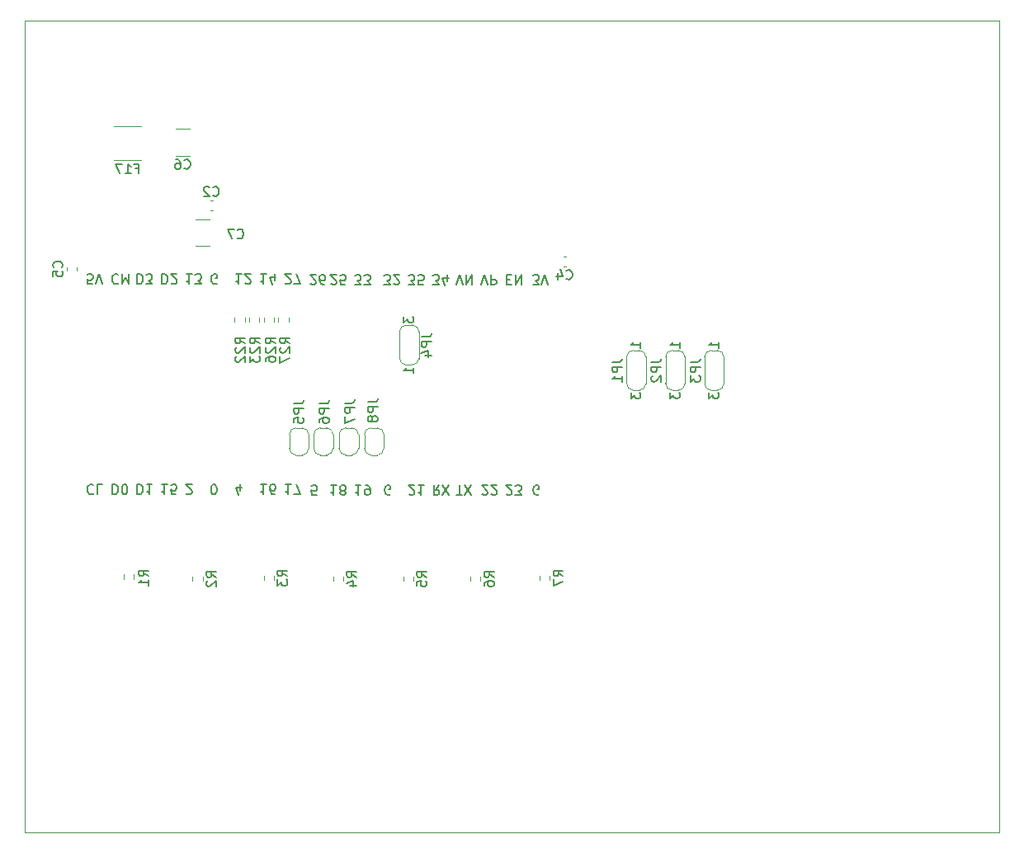
<source format=gbr>
%TF.GenerationSoftware,KiCad,Pcbnew,8.0.0*%
%TF.CreationDate,2024-09-08T09:34:35+02:00*%
%TF.ProjectId,led_stairs_controller,6c65645f-7374-4616-9972-735f636f6e74,V0.4*%
%TF.SameCoordinates,Original*%
%TF.FileFunction,Legend,Bot*%
%TF.FilePolarity,Positive*%
%FSLAX46Y46*%
G04 Gerber Fmt 4.6, Leading zero omitted, Abs format (unit mm)*
G04 Created by KiCad (PCBNEW 8.0.0) date 2024-09-08 09:34:35*
%MOMM*%
%LPD*%
G01*
G04 APERTURE LIST*
%ADD10C,0.150000*%
%ADD11C,0.120000*%
%TA.AperFunction,Profile*%
%ADD12C,0.120000*%
%TD*%
G04 APERTURE END LIST*
D10*
X122966666Y-78009580D02*
X123014285Y-78057200D01*
X123014285Y-78057200D02*
X123157142Y-78104819D01*
X123157142Y-78104819D02*
X123252380Y-78104819D01*
X123252380Y-78104819D02*
X123395237Y-78057200D01*
X123395237Y-78057200D02*
X123490475Y-77961961D01*
X123490475Y-77961961D02*
X123538094Y-77866723D01*
X123538094Y-77866723D02*
X123585713Y-77676247D01*
X123585713Y-77676247D02*
X123585713Y-77533390D01*
X123585713Y-77533390D02*
X123538094Y-77342914D01*
X123538094Y-77342914D02*
X123490475Y-77247676D01*
X123490475Y-77247676D02*
X123395237Y-77152438D01*
X123395237Y-77152438D02*
X123252380Y-77104819D01*
X123252380Y-77104819D02*
X123157142Y-77104819D01*
X123157142Y-77104819D02*
X123014285Y-77152438D01*
X123014285Y-77152438D02*
X122966666Y-77200057D01*
X122633332Y-77104819D02*
X121966666Y-77104819D01*
X121966666Y-77104819D02*
X122395237Y-78104819D01*
X117516666Y-70859580D02*
X117564285Y-70907200D01*
X117564285Y-70907200D02*
X117707142Y-70954819D01*
X117707142Y-70954819D02*
X117802380Y-70954819D01*
X117802380Y-70954819D02*
X117945237Y-70907200D01*
X117945237Y-70907200D02*
X118040475Y-70811961D01*
X118040475Y-70811961D02*
X118088094Y-70716723D01*
X118088094Y-70716723D02*
X118135713Y-70526247D01*
X118135713Y-70526247D02*
X118135713Y-70383390D01*
X118135713Y-70383390D02*
X118088094Y-70192914D01*
X118088094Y-70192914D02*
X118040475Y-70097676D01*
X118040475Y-70097676D02*
X117945237Y-70002438D01*
X117945237Y-70002438D02*
X117802380Y-69954819D01*
X117802380Y-69954819D02*
X117707142Y-69954819D01*
X117707142Y-69954819D02*
X117564285Y-70002438D01*
X117564285Y-70002438D02*
X117516666Y-70050057D01*
X116659523Y-69954819D02*
X116849999Y-69954819D01*
X116849999Y-69954819D02*
X116945237Y-70002438D01*
X116945237Y-70002438D02*
X116992856Y-70050057D01*
X116992856Y-70050057D02*
X117088094Y-70192914D01*
X117088094Y-70192914D02*
X117135713Y-70383390D01*
X117135713Y-70383390D02*
X117135713Y-70764342D01*
X117135713Y-70764342D02*
X117088094Y-70859580D01*
X117088094Y-70859580D02*
X117040475Y-70907200D01*
X117040475Y-70907200D02*
X116945237Y-70954819D01*
X116945237Y-70954819D02*
X116754761Y-70954819D01*
X116754761Y-70954819D02*
X116659523Y-70907200D01*
X116659523Y-70907200D02*
X116611904Y-70859580D01*
X116611904Y-70859580D02*
X116564285Y-70764342D01*
X116564285Y-70764342D02*
X116564285Y-70526247D01*
X116564285Y-70526247D02*
X116611904Y-70431009D01*
X116611904Y-70431009D02*
X116659523Y-70383390D01*
X116659523Y-70383390D02*
X116754761Y-70335771D01*
X116754761Y-70335771D02*
X116945237Y-70335771D01*
X116945237Y-70335771D02*
X117040475Y-70383390D01*
X117040475Y-70383390D02*
X117088094Y-70431009D01*
X117088094Y-70431009D02*
X117135713Y-70526247D01*
X104929580Y-81033333D02*
X104977200Y-80985714D01*
X104977200Y-80985714D02*
X105024819Y-80842857D01*
X105024819Y-80842857D02*
X105024819Y-80747619D01*
X105024819Y-80747619D02*
X104977200Y-80604762D01*
X104977200Y-80604762D02*
X104881961Y-80509524D01*
X104881961Y-80509524D02*
X104786723Y-80461905D01*
X104786723Y-80461905D02*
X104596247Y-80414286D01*
X104596247Y-80414286D02*
X104453390Y-80414286D01*
X104453390Y-80414286D02*
X104262914Y-80461905D01*
X104262914Y-80461905D02*
X104167676Y-80509524D01*
X104167676Y-80509524D02*
X104072438Y-80604762D01*
X104072438Y-80604762D02*
X104024819Y-80747619D01*
X104024819Y-80747619D02*
X104024819Y-80842857D01*
X104024819Y-80842857D02*
X104072438Y-80985714D01*
X104072438Y-80985714D02*
X104120057Y-81033333D01*
X104024819Y-81938095D02*
X104024819Y-81461905D01*
X104024819Y-81461905D02*
X104501009Y-81414286D01*
X104501009Y-81414286D02*
X104453390Y-81461905D01*
X104453390Y-81461905D02*
X104405771Y-81557143D01*
X104405771Y-81557143D02*
X104405771Y-81795238D01*
X104405771Y-81795238D02*
X104453390Y-81890476D01*
X104453390Y-81890476D02*
X104501009Y-81938095D01*
X104501009Y-81938095D02*
X104596247Y-81985714D01*
X104596247Y-81985714D02*
X104834342Y-81985714D01*
X104834342Y-81985714D02*
X104929580Y-81938095D01*
X104929580Y-81938095D02*
X104977200Y-81890476D01*
X104977200Y-81890476D02*
X105024819Y-81795238D01*
X105024819Y-81795238D02*
X105024819Y-81557143D01*
X105024819Y-81557143D02*
X104977200Y-81461905D01*
X104977200Y-81461905D02*
X104929580Y-81414286D01*
X156716666Y-82189580D02*
X156764285Y-82237200D01*
X156764285Y-82237200D02*
X156907142Y-82284819D01*
X156907142Y-82284819D02*
X157002380Y-82284819D01*
X157002380Y-82284819D02*
X157145237Y-82237200D01*
X157145237Y-82237200D02*
X157240475Y-82141961D01*
X157240475Y-82141961D02*
X157288094Y-82046723D01*
X157288094Y-82046723D02*
X157335713Y-81856247D01*
X157335713Y-81856247D02*
X157335713Y-81713390D01*
X157335713Y-81713390D02*
X157288094Y-81522914D01*
X157288094Y-81522914D02*
X157240475Y-81427676D01*
X157240475Y-81427676D02*
X157145237Y-81332438D01*
X157145237Y-81332438D02*
X157002380Y-81284819D01*
X157002380Y-81284819D02*
X156907142Y-81284819D01*
X156907142Y-81284819D02*
X156764285Y-81332438D01*
X156764285Y-81332438D02*
X156716666Y-81380057D01*
X155859523Y-81618152D02*
X155859523Y-82284819D01*
X156097618Y-81237200D02*
X156335713Y-81951485D01*
X156335713Y-81951485D02*
X155716666Y-81951485D01*
X136354819Y-94866666D02*
X137069104Y-94866666D01*
X137069104Y-94866666D02*
X137211961Y-94819047D01*
X137211961Y-94819047D02*
X137307200Y-94723809D01*
X137307200Y-94723809D02*
X137354819Y-94580952D01*
X137354819Y-94580952D02*
X137354819Y-94485714D01*
X137354819Y-95342857D02*
X136354819Y-95342857D01*
X136354819Y-95342857D02*
X136354819Y-95723809D01*
X136354819Y-95723809D02*
X136402438Y-95819047D01*
X136402438Y-95819047D02*
X136450057Y-95866666D01*
X136450057Y-95866666D02*
X136545295Y-95914285D01*
X136545295Y-95914285D02*
X136688152Y-95914285D01*
X136688152Y-95914285D02*
X136783390Y-95866666D01*
X136783390Y-95866666D02*
X136831009Y-95819047D01*
X136831009Y-95819047D02*
X136878628Y-95723809D01*
X136878628Y-95723809D02*
X136878628Y-95342857D01*
X136783390Y-96485714D02*
X136735771Y-96390476D01*
X136735771Y-96390476D02*
X136688152Y-96342857D01*
X136688152Y-96342857D02*
X136592914Y-96295238D01*
X136592914Y-96295238D02*
X136545295Y-96295238D01*
X136545295Y-96295238D02*
X136450057Y-96342857D01*
X136450057Y-96342857D02*
X136402438Y-96390476D01*
X136402438Y-96390476D02*
X136354819Y-96485714D01*
X136354819Y-96485714D02*
X136354819Y-96676190D01*
X136354819Y-96676190D02*
X136402438Y-96771428D01*
X136402438Y-96771428D02*
X136450057Y-96819047D01*
X136450057Y-96819047D02*
X136545295Y-96866666D01*
X136545295Y-96866666D02*
X136592914Y-96866666D01*
X136592914Y-96866666D02*
X136688152Y-96819047D01*
X136688152Y-96819047D02*
X136735771Y-96771428D01*
X136735771Y-96771428D02*
X136783390Y-96676190D01*
X136783390Y-96676190D02*
X136783390Y-96485714D01*
X136783390Y-96485714D02*
X136831009Y-96390476D01*
X136831009Y-96390476D02*
X136878628Y-96342857D01*
X136878628Y-96342857D02*
X136973866Y-96295238D01*
X136973866Y-96295238D02*
X137164342Y-96295238D01*
X137164342Y-96295238D02*
X137259580Y-96342857D01*
X137259580Y-96342857D02*
X137307200Y-96390476D01*
X137307200Y-96390476D02*
X137354819Y-96485714D01*
X137354819Y-96485714D02*
X137354819Y-96676190D01*
X137354819Y-96676190D02*
X137307200Y-96771428D01*
X137307200Y-96771428D02*
X137259580Y-96819047D01*
X137259580Y-96819047D02*
X137164342Y-96866666D01*
X137164342Y-96866666D02*
X136973866Y-96866666D01*
X136973866Y-96866666D02*
X136878628Y-96819047D01*
X136878628Y-96819047D02*
X136831009Y-96771428D01*
X136831009Y-96771428D02*
X136783390Y-96676190D01*
X134004819Y-94966666D02*
X134719104Y-94966666D01*
X134719104Y-94966666D02*
X134861961Y-94919047D01*
X134861961Y-94919047D02*
X134957200Y-94823809D01*
X134957200Y-94823809D02*
X135004819Y-94680952D01*
X135004819Y-94680952D02*
X135004819Y-94585714D01*
X135004819Y-95442857D02*
X134004819Y-95442857D01*
X134004819Y-95442857D02*
X134004819Y-95823809D01*
X134004819Y-95823809D02*
X134052438Y-95919047D01*
X134052438Y-95919047D02*
X134100057Y-95966666D01*
X134100057Y-95966666D02*
X134195295Y-96014285D01*
X134195295Y-96014285D02*
X134338152Y-96014285D01*
X134338152Y-96014285D02*
X134433390Y-95966666D01*
X134433390Y-95966666D02*
X134481009Y-95919047D01*
X134481009Y-95919047D02*
X134528628Y-95823809D01*
X134528628Y-95823809D02*
X134528628Y-95442857D01*
X134004819Y-96347619D02*
X134004819Y-97014285D01*
X134004819Y-97014285D02*
X135004819Y-96585714D01*
X131354819Y-95016666D02*
X132069104Y-95016666D01*
X132069104Y-95016666D02*
X132211961Y-94969047D01*
X132211961Y-94969047D02*
X132307200Y-94873809D01*
X132307200Y-94873809D02*
X132354819Y-94730952D01*
X132354819Y-94730952D02*
X132354819Y-94635714D01*
X132354819Y-95492857D02*
X131354819Y-95492857D01*
X131354819Y-95492857D02*
X131354819Y-95873809D01*
X131354819Y-95873809D02*
X131402438Y-95969047D01*
X131402438Y-95969047D02*
X131450057Y-96016666D01*
X131450057Y-96016666D02*
X131545295Y-96064285D01*
X131545295Y-96064285D02*
X131688152Y-96064285D01*
X131688152Y-96064285D02*
X131783390Y-96016666D01*
X131783390Y-96016666D02*
X131831009Y-95969047D01*
X131831009Y-95969047D02*
X131878628Y-95873809D01*
X131878628Y-95873809D02*
X131878628Y-95492857D01*
X131354819Y-96921428D02*
X131354819Y-96730952D01*
X131354819Y-96730952D02*
X131402438Y-96635714D01*
X131402438Y-96635714D02*
X131450057Y-96588095D01*
X131450057Y-96588095D02*
X131592914Y-96492857D01*
X131592914Y-96492857D02*
X131783390Y-96445238D01*
X131783390Y-96445238D02*
X132164342Y-96445238D01*
X132164342Y-96445238D02*
X132259580Y-96492857D01*
X132259580Y-96492857D02*
X132307200Y-96540476D01*
X132307200Y-96540476D02*
X132354819Y-96635714D01*
X132354819Y-96635714D02*
X132354819Y-96826190D01*
X132354819Y-96826190D02*
X132307200Y-96921428D01*
X132307200Y-96921428D02*
X132259580Y-96969047D01*
X132259580Y-96969047D02*
X132164342Y-97016666D01*
X132164342Y-97016666D02*
X131926247Y-97016666D01*
X131926247Y-97016666D02*
X131831009Y-96969047D01*
X131831009Y-96969047D02*
X131783390Y-96921428D01*
X131783390Y-96921428D02*
X131735771Y-96826190D01*
X131735771Y-96826190D02*
X131735771Y-96635714D01*
X131735771Y-96635714D02*
X131783390Y-96540476D01*
X131783390Y-96540476D02*
X131831009Y-96492857D01*
X131831009Y-96492857D02*
X131926247Y-96445238D01*
X128754819Y-95016666D02*
X129469104Y-95016666D01*
X129469104Y-95016666D02*
X129611961Y-94969047D01*
X129611961Y-94969047D02*
X129707200Y-94873809D01*
X129707200Y-94873809D02*
X129754819Y-94730952D01*
X129754819Y-94730952D02*
X129754819Y-94635714D01*
X129754819Y-95492857D02*
X128754819Y-95492857D01*
X128754819Y-95492857D02*
X128754819Y-95873809D01*
X128754819Y-95873809D02*
X128802438Y-95969047D01*
X128802438Y-95969047D02*
X128850057Y-96016666D01*
X128850057Y-96016666D02*
X128945295Y-96064285D01*
X128945295Y-96064285D02*
X129088152Y-96064285D01*
X129088152Y-96064285D02*
X129183390Y-96016666D01*
X129183390Y-96016666D02*
X129231009Y-95969047D01*
X129231009Y-95969047D02*
X129278628Y-95873809D01*
X129278628Y-95873809D02*
X129278628Y-95492857D01*
X128754819Y-96969047D02*
X128754819Y-96492857D01*
X128754819Y-96492857D02*
X129231009Y-96445238D01*
X129231009Y-96445238D02*
X129183390Y-96492857D01*
X129183390Y-96492857D02*
X129135771Y-96588095D01*
X129135771Y-96588095D02*
X129135771Y-96826190D01*
X129135771Y-96826190D02*
X129183390Y-96921428D01*
X129183390Y-96921428D02*
X129231009Y-96969047D01*
X129231009Y-96969047D02*
X129326247Y-97016666D01*
X129326247Y-97016666D02*
X129564342Y-97016666D01*
X129564342Y-97016666D02*
X129659580Y-96969047D01*
X129659580Y-96969047D02*
X129707200Y-96921428D01*
X129707200Y-96921428D02*
X129754819Y-96826190D01*
X129754819Y-96826190D02*
X129754819Y-96588095D01*
X129754819Y-96588095D02*
X129707200Y-96492857D01*
X129707200Y-96492857D02*
X129659580Y-96445238D01*
X141854819Y-88166666D02*
X142569104Y-88166666D01*
X142569104Y-88166666D02*
X142711961Y-88119047D01*
X142711961Y-88119047D02*
X142807200Y-88023809D01*
X142807200Y-88023809D02*
X142854819Y-87880952D01*
X142854819Y-87880952D02*
X142854819Y-87785714D01*
X142854819Y-88642857D02*
X141854819Y-88642857D01*
X141854819Y-88642857D02*
X141854819Y-89023809D01*
X141854819Y-89023809D02*
X141902438Y-89119047D01*
X141902438Y-89119047D02*
X141950057Y-89166666D01*
X141950057Y-89166666D02*
X142045295Y-89214285D01*
X142045295Y-89214285D02*
X142188152Y-89214285D01*
X142188152Y-89214285D02*
X142283390Y-89166666D01*
X142283390Y-89166666D02*
X142331009Y-89119047D01*
X142331009Y-89119047D02*
X142378628Y-89023809D01*
X142378628Y-89023809D02*
X142378628Y-88642857D01*
X142188152Y-90071428D02*
X142854819Y-90071428D01*
X141807200Y-89833333D02*
X142521485Y-89595238D01*
X142521485Y-89595238D02*
X142521485Y-90214285D01*
X141054819Y-91885714D02*
X141054819Y-91314286D01*
X141054819Y-91600000D02*
X140054819Y-91600000D01*
X140054819Y-91600000D02*
X140197676Y-91504762D01*
X140197676Y-91504762D02*
X140292914Y-91409524D01*
X140292914Y-91409524D02*
X140340533Y-91314286D01*
X140054819Y-86066667D02*
X140054819Y-86685714D01*
X140054819Y-86685714D02*
X140435771Y-86352381D01*
X140435771Y-86352381D02*
X140435771Y-86495238D01*
X140435771Y-86495238D02*
X140483390Y-86590476D01*
X140483390Y-86590476D02*
X140531009Y-86638095D01*
X140531009Y-86638095D02*
X140626247Y-86685714D01*
X140626247Y-86685714D02*
X140864342Y-86685714D01*
X140864342Y-86685714D02*
X140959580Y-86638095D01*
X140959580Y-86638095D02*
X141007200Y-86590476D01*
X141007200Y-86590476D02*
X141054819Y-86495238D01*
X141054819Y-86495238D02*
X141054819Y-86209524D01*
X141054819Y-86209524D02*
X141007200Y-86114286D01*
X141007200Y-86114286D02*
X140959580Y-86066667D01*
X161454819Y-90766666D02*
X162169104Y-90766666D01*
X162169104Y-90766666D02*
X162311961Y-90719047D01*
X162311961Y-90719047D02*
X162407200Y-90623809D01*
X162407200Y-90623809D02*
X162454819Y-90480952D01*
X162454819Y-90480952D02*
X162454819Y-90385714D01*
X162454819Y-91242857D02*
X161454819Y-91242857D01*
X161454819Y-91242857D02*
X161454819Y-91623809D01*
X161454819Y-91623809D02*
X161502438Y-91719047D01*
X161502438Y-91719047D02*
X161550057Y-91766666D01*
X161550057Y-91766666D02*
X161645295Y-91814285D01*
X161645295Y-91814285D02*
X161788152Y-91814285D01*
X161788152Y-91814285D02*
X161883390Y-91766666D01*
X161883390Y-91766666D02*
X161931009Y-91719047D01*
X161931009Y-91719047D02*
X161978628Y-91623809D01*
X161978628Y-91623809D02*
X161978628Y-91242857D01*
X162454819Y-92766666D02*
X162454819Y-92195238D01*
X162454819Y-92480952D02*
X161454819Y-92480952D01*
X161454819Y-92480952D02*
X161597676Y-92385714D01*
X161597676Y-92385714D02*
X161692914Y-92290476D01*
X161692914Y-92290476D02*
X161740533Y-92195238D01*
X164354819Y-89285714D02*
X164354819Y-88714286D01*
X164354819Y-89000000D02*
X163354819Y-89000000D01*
X163354819Y-89000000D02*
X163497676Y-88904762D01*
X163497676Y-88904762D02*
X163592914Y-88809524D01*
X163592914Y-88809524D02*
X163640533Y-88714286D01*
X163354819Y-93866667D02*
X163354819Y-94485714D01*
X163354819Y-94485714D02*
X163735771Y-94152381D01*
X163735771Y-94152381D02*
X163735771Y-94295238D01*
X163735771Y-94295238D02*
X163783390Y-94390476D01*
X163783390Y-94390476D02*
X163831009Y-94438095D01*
X163831009Y-94438095D02*
X163926247Y-94485714D01*
X163926247Y-94485714D02*
X164164342Y-94485714D01*
X164164342Y-94485714D02*
X164259580Y-94438095D01*
X164259580Y-94438095D02*
X164307200Y-94390476D01*
X164307200Y-94390476D02*
X164354819Y-94295238D01*
X164354819Y-94295238D02*
X164354819Y-94009524D01*
X164354819Y-94009524D02*
X164307200Y-93914286D01*
X164307200Y-93914286D02*
X164259580Y-93866667D01*
X165454819Y-90766666D02*
X166169104Y-90766666D01*
X166169104Y-90766666D02*
X166311961Y-90719047D01*
X166311961Y-90719047D02*
X166407200Y-90623809D01*
X166407200Y-90623809D02*
X166454819Y-90480952D01*
X166454819Y-90480952D02*
X166454819Y-90385714D01*
X166454819Y-91242857D02*
X165454819Y-91242857D01*
X165454819Y-91242857D02*
X165454819Y-91623809D01*
X165454819Y-91623809D02*
X165502438Y-91719047D01*
X165502438Y-91719047D02*
X165550057Y-91766666D01*
X165550057Y-91766666D02*
X165645295Y-91814285D01*
X165645295Y-91814285D02*
X165788152Y-91814285D01*
X165788152Y-91814285D02*
X165883390Y-91766666D01*
X165883390Y-91766666D02*
X165931009Y-91719047D01*
X165931009Y-91719047D02*
X165978628Y-91623809D01*
X165978628Y-91623809D02*
X165978628Y-91242857D01*
X165550057Y-92195238D02*
X165502438Y-92242857D01*
X165502438Y-92242857D02*
X165454819Y-92338095D01*
X165454819Y-92338095D02*
X165454819Y-92576190D01*
X165454819Y-92576190D02*
X165502438Y-92671428D01*
X165502438Y-92671428D02*
X165550057Y-92719047D01*
X165550057Y-92719047D02*
X165645295Y-92766666D01*
X165645295Y-92766666D02*
X165740533Y-92766666D01*
X165740533Y-92766666D02*
X165883390Y-92719047D01*
X165883390Y-92719047D02*
X166454819Y-92147619D01*
X166454819Y-92147619D02*
X166454819Y-92766666D01*
X168354819Y-89285714D02*
X168354819Y-88714286D01*
X168354819Y-89000000D02*
X167354819Y-89000000D01*
X167354819Y-89000000D02*
X167497676Y-88904762D01*
X167497676Y-88904762D02*
X167592914Y-88809524D01*
X167592914Y-88809524D02*
X167640533Y-88714286D01*
X167354819Y-93866667D02*
X167354819Y-94485714D01*
X167354819Y-94485714D02*
X167735771Y-94152381D01*
X167735771Y-94152381D02*
X167735771Y-94295238D01*
X167735771Y-94295238D02*
X167783390Y-94390476D01*
X167783390Y-94390476D02*
X167831009Y-94438095D01*
X167831009Y-94438095D02*
X167926247Y-94485714D01*
X167926247Y-94485714D02*
X168164342Y-94485714D01*
X168164342Y-94485714D02*
X168259580Y-94438095D01*
X168259580Y-94438095D02*
X168307200Y-94390476D01*
X168307200Y-94390476D02*
X168354819Y-94295238D01*
X168354819Y-94295238D02*
X168354819Y-94009524D01*
X168354819Y-94009524D02*
X168307200Y-93914286D01*
X168307200Y-93914286D02*
X168259580Y-93866667D01*
X126854819Y-88857142D02*
X126378628Y-88523809D01*
X126854819Y-88285714D02*
X125854819Y-88285714D01*
X125854819Y-88285714D02*
X125854819Y-88666666D01*
X125854819Y-88666666D02*
X125902438Y-88761904D01*
X125902438Y-88761904D02*
X125950057Y-88809523D01*
X125950057Y-88809523D02*
X126045295Y-88857142D01*
X126045295Y-88857142D02*
X126188152Y-88857142D01*
X126188152Y-88857142D02*
X126283390Y-88809523D01*
X126283390Y-88809523D02*
X126331009Y-88761904D01*
X126331009Y-88761904D02*
X126378628Y-88666666D01*
X126378628Y-88666666D02*
X126378628Y-88285714D01*
X125950057Y-89238095D02*
X125902438Y-89285714D01*
X125902438Y-89285714D02*
X125854819Y-89380952D01*
X125854819Y-89380952D02*
X125854819Y-89619047D01*
X125854819Y-89619047D02*
X125902438Y-89714285D01*
X125902438Y-89714285D02*
X125950057Y-89761904D01*
X125950057Y-89761904D02*
X126045295Y-89809523D01*
X126045295Y-89809523D02*
X126140533Y-89809523D01*
X126140533Y-89809523D02*
X126283390Y-89761904D01*
X126283390Y-89761904D02*
X126854819Y-89190476D01*
X126854819Y-89190476D02*
X126854819Y-89809523D01*
X125854819Y-90666666D02*
X125854819Y-90476190D01*
X125854819Y-90476190D02*
X125902438Y-90380952D01*
X125902438Y-90380952D02*
X125950057Y-90333333D01*
X125950057Y-90333333D02*
X126092914Y-90238095D01*
X126092914Y-90238095D02*
X126283390Y-90190476D01*
X126283390Y-90190476D02*
X126664342Y-90190476D01*
X126664342Y-90190476D02*
X126759580Y-90238095D01*
X126759580Y-90238095D02*
X126807200Y-90285714D01*
X126807200Y-90285714D02*
X126854819Y-90380952D01*
X126854819Y-90380952D02*
X126854819Y-90571428D01*
X126854819Y-90571428D02*
X126807200Y-90666666D01*
X126807200Y-90666666D02*
X126759580Y-90714285D01*
X126759580Y-90714285D02*
X126664342Y-90761904D01*
X126664342Y-90761904D02*
X126426247Y-90761904D01*
X126426247Y-90761904D02*
X126331009Y-90714285D01*
X126331009Y-90714285D02*
X126283390Y-90666666D01*
X126283390Y-90666666D02*
X126235771Y-90571428D01*
X126235771Y-90571428D02*
X126235771Y-90380952D01*
X126235771Y-90380952D02*
X126283390Y-90285714D01*
X126283390Y-90285714D02*
X126331009Y-90238095D01*
X126331009Y-90238095D02*
X126426247Y-90190476D01*
X128354819Y-88857142D02*
X127878628Y-88523809D01*
X128354819Y-88285714D02*
X127354819Y-88285714D01*
X127354819Y-88285714D02*
X127354819Y-88666666D01*
X127354819Y-88666666D02*
X127402438Y-88761904D01*
X127402438Y-88761904D02*
X127450057Y-88809523D01*
X127450057Y-88809523D02*
X127545295Y-88857142D01*
X127545295Y-88857142D02*
X127688152Y-88857142D01*
X127688152Y-88857142D02*
X127783390Y-88809523D01*
X127783390Y-88809523D02*
X127831009Y-88761904D01*
X127831009Y-88761904D02*
X127878628Y-88666666D01*
X127878628Y-88666666D02*
X127878628Y-88285714D01*
X127450057Y-89238095D02*
X127402438Y-89285714D01*
X127402438Y-89285714D02*
X127354819Y-89380952D01*
X127354819Y-89380952D02*
X127354819Y-89619047D01*
X127354819Y-89619047D02*
X127402438Y-89714285D01*
X127402438Y-89714285D02*
X127450057Y-89761904D01*
X127450057Y-89761904D02*
X127545295Y-89809523D01*
X127545295Y-89809523D02*
X127640533Y-89809523D01*
X127640533Y-89809523D02*
X127783390Y-89761904D01*
X127783390Y-89761904D02*
X128354819Y-89190476D01*
X128354819Y-89190476D02*
X128354819Y-89809523D01*
X127354819Y-90142857D02*
X127354819Y-90809523D01*
X127354819Y-90809523D02*
X128354819Y-90380952D01*
X112509523Y-70881009D02*
X112842856Y-70881009D01*
X112842856Y-71404819D02*
X112842856Y-70404819D01*
X112842856Y-70404819D02*
X112366666Y-70404819D01*
X111461904Y-71404819D02*
X112033332Y-71404819D01*
X111747618Y-71404819D02*
X111747618Y-70404819D01*
X111747618Y-70404819D02*
X111842856Y-70547676D01*
X111842856Y-70547676D02*
X111938094Y-70642914D01*
X111938094Y-70642914D02*
X112033332Y-70690533D01*
X111128570Y-70404819D02*
X110461904Y-70404819D01*
X110461904Y-70404819D02*
X110890475Y-71404819D01*
X120466666Y-73629580D02*
X120514285Y-73677200D01*
X120514285Y-73677200D02*
X120657142Y-73724819D01*
X120657142Y-73724819D02*
X120752380Y-73724819D01*
X120752380Y-73724819D02*
X120895237Y-73677200D01*
X120895237Y-73677200D02*
X120990475Y-73581961D01*
X120990475Y-73581961D02*
X121038094Y-73486723D01*
X121038094Y-73486723D02*
X121085713Y-73296247D01*
X121085713Y-73296247D02*
X121085713Y-73153390D01*
X121085713Y-73153390D02*
X121038094Y-72962914D01*
X121038094Y-72962914D02*
X120990475Y-72867676D01*
X120990475Y-72867676D02*
X120895237Y-72772438D01*
X120895237Y-72772438D02*
X120752380Y-72724819D01*
X120752380Y-72724819D02*
X120657142Y-72724819D01*
X120657142Y-72724819D02*
X120514285Y-72772438D01*
X120514285Y-72772438D02*
X120466666Y-72820057D01*
X120085713Y-72820057D02*
X120038094Y-72772438D01*
X120038094Y-72772438D02*
X119942856Y-72724819D01*
X119942856Y-72724819D02*
X119704761Y-72724819D01*
X119704761Y-72724819D02*
X119609523Y-72772438D01*
X119609523Y-72772438D02*
X119561904Y-72820057D01*
X119561904Y-72820057D02*
X119514285Y-72915295D01*
X119514285Y-72915295D02*
X119514285Y-73010533D01*
X119514285Y-73010533D02*
X119561904Y-73153390D01*
X119561904Y-73153390D02*
X120133332Y-73724819D01*
X120133332Y-73724819D02*
X119514285Y-73724819D01*
X125254819Y-88857142D02*
X124778628Y-88523809D01*
X125254819Y-88285714D02*
X124254819Y-88285714D01*
X124254819Y-88285714D02*
X124254819Y-88666666D01*
X124254819Y-88666666D02*
X124302438Y-88761904D01*
X124302438Y-88761904D02*
X124350057Y-88809523D01*
X124350057Y-88809523D02*
X124445295Y-88857142D01*
X124445295Y-88857142D02*
X124588152Y-88857142D01*
X124588152Y-88857142D02*
X124683390Y-88809523D01*
X124683390Y-88809523D02*
X124731009Y-88761904D01*
X124731009Y-88761904D02*
X124778628Y-88666666D01*
X124778628Y-88666666D02*
X124778628Y-88285714D01*
X124350057Y-89238095D02*
X124302438Y-89285714D01*
X124302438Y-89285714D02*
X124254819Y-89380952D01*
X124254819Y-89380952D02*
X124254819Y-89619047D01*
X124254819Y-89619047D02*
X124302438Y-89714285D01*
X124302438Y-89714285D02*
X124350057Y-89761904D01*
X124350057Y-89761904D02*
X124445295Y-89809523D01*
X124445295Y-89809523D02*
X124540533Y-89809523D01*
X124540533Y-89809523D02*
X124683390Y-89761904D01*
X124683390Y-89761904D02*
X125254819Y-89190476D01*
X125254819Y-89190476D02*
X125254819Y-89809523D01*
X124254819Y-90142857D02*
X124254819Y-90761904D01*
X124254819Y-90761904D02*
X124635771Y-90428571D01*
X124635771Y-90428571D02*
X124635771Y-90571428D01*
X124635771Y-90571428D02*
X124683390Y-90666666D01*
X124683390Y-90666666D02*
X124731009Y-90714285D01*
X124731009Y-90714285D02*
X124826247Y-90761904D01*
X124826247Y-90761904D02*
X125064342Y-90761904D01*
X125064342Y-90761904D02*
X125159580Y-90714285D01*
X125159580Y-90714285D02*
X125207200Y-90666666D01*
X125207200Y-90666666D02*
X125254819Y-90571428D01*
X125254819Y-90571428D02*
X125254819Y-90285714D01*
X125254819Y-90285714D02*
X125207200Y-90190476D01*
X125207200Y-90190476D02*
X125159580Y-90142857D01*
X113854819Y-112733333D02*
X113378628Y-112400000D01*
X113854819Y-112161905D02*
X112854819Y-112161905D01*
X112854819Y-112161905D02*
X112854819Y-112542857D01*
X112854819Y-112542857D02*
X112902438Y-112638095D01*
X112902438Y-112638095D02*
X112950057Y-112685714D01*
X112950057Y-112685714D02*
X113045295Y-112733333D01*
X113045295Y-112733333D02*
X113188152Y-112733333D01*
X113188152Y-112733333D02*
X113283390Y-112685714D01*
X113283390Y-112685714D02*
X113331009Y-112638095D01*
X113331009Y-112638095D02*
X113378628Y-112542857D01*
X113378628Y-112542857D02*
X113378628Y-112161905D01*
X113854819Y-113685714D02*
X113854819Y-113114286D01*
X113854819Y-113400000D02*
X112854819Y-113400000D01*
X112854819Y-113400000D02*
X112997676Y-113304762D01*
X112997676Y-113304762D02*
X113092914Y-113209524D01*
X113092914Y-113209524D02*
X113140533Y-113114286D01*
X123754819Y-88857142D02*
X123278628Y-88523809D01*
X123754819Y-88285714D02*
X122754819Y-88285714D01*
X122754819Y-88285714D02*
X122754819Y-88666666D01*
X122754819Y-88666666D02*
X122802438Y-88761904D01*
X122802438Y-88761904D02*
X122850057Y-88809523D01*
X122850057Y-88809523D02*
X122945295Y-88857142D01*
X122945295Y-88857142D02*
X123088152Y-88857142D01*
X123088152Y-88857142D02*
X123183390Y-88809523D01*
X123183390Y-88809523D02*
X123231009Y-88761904D01*
X123231009Y-88761904D02*
X123278628Y-88666666D01*
X123278628Y-88666666D02*
X123278628Y-88285714D01*
X122850057Y-89238095D02*
X122802438Y-89285714D01*
X122802438Y-89285714D02*
X122754819Y-89380952D01*
X122754819Y-89380952D02*
X122754819Y-89619047D01*
X122754819Y-89619047D02*
X122802438Y-89714285D01*
X122802438Y-89714285D02*
X122850057Y-89761904D01*
X122850057Y-89761904D02*
X122945295Y-89809523D01*
X122945295Y-89809523D02*
X123040533Y-89809523D01*
X123040533Y-89809523D02*
X123183390Y-89761904D01*
X123183390Y-89761904D02*
X123754819Y-89190476D01*
X123754819Y-89190476D02*
X123754819Y-89809523D01*
X122850057Y-90190476D02*
X122802438Y-90238095D01*
X122802438Y-90238095D02*
X122754819Y-90333333D01*
X122754819Y-90333333D02*
X122754819Y-90571428D01*
X122754819Y-90571428D02*
X122802438Y-90666666D01*
X122802438Y-90666666D02*
X122850057Y-90714285D01*
X122850057Y-90714285D02*
X122945295Y-90761904D01*
X122945295Y-90761904D02*
X123040533Y-90761904D01*
X123040533Y-90761904D02*
X123183390Y-90714285D01*
X123183390Y-90714285D02*
X123754819Y-90142857D01*
X123754819Y-90142857D02*
X123754819Y-90761904D01*
X156384819Y-112733333D02*
X155908628Y-112400000D01*
X156384819Y-112161905D02*
X155384819Y-112161905D01*
X155384819Y-112161905D02*
X155384819Y-112542857D01*
X155384819Y-112542857D02*
X155432438Y-112638095D01*
X155432438Y-112638095D02*
X155480057Y-112685714D01*
X155480057Y-112685714D02*
X155575295Y-112733333D01*
X155575295Y-112733333D02*
X155718152Y-112733333D01*
X155718152Y-112733333D02*
X155813390Y-112685714D01*
X155813390Y-112685714D02*
X155861009Y-112638095D01*
X155861009Y-112638095D02*
X155908628Y-112542857D01*
X155908628Y-112542857D02*
X155908628Y-112161905D01*
X155384819Y-113066667D02*
X155384819Y-113733333D01*
X155384819Y-113733333D02*
X156384819Y-113304762D01*
X128084819Y-112733333D02*
X127608628Y-112400000D01*
X128084819Y-112161905D02*
X127084819Y-112161905D01*
X127084819Y-112161905D02*
X127084819Y-112542857D01*
X127084819Y-112542857D02*
X127132438Y-112638095D01*
X127132438Y-112638095D02*
X127180057Y-112685714D01*
X127180057Y-112685714D02*
X127275295Y-112733333D01*
X127275295Y-112733333D02*
X127418152Y-112733333D01*
X127418152Y-112733333D02*
X127513390Y-112685714D01*
X127513390Y-112685714D02*
X127561009Y-112638095D01*
X127561009Y-112638095D02*
X127608628Y-112542857D01*
X127608628Y-112542857D02*
X127608628Y-112161905D01*
X127084819Y-113066667D02*
X127084819Y-113685714D01*
X127084819Y-113685714D02*
X127465771Y-113352381D01*
X127465771Y-113352381D02*
X127465771Y-113495238D01*
X127465771Y-113495238D02*
X127513390Y-113590476D01*
X127513390Y-113590476D02*
X127561009Y-113638095D01*
X127561009Y-113638095D02*
X127656247Y-113685714D01*
X127656247Y-113685714D02*
X127894342Y-113685714D01*
X127894342Y-113685714D02*
X127989580Y-113638095D01*
X127989580Y-113638095D02*
X128037200Y-113590476D01*
X128037200Y-113590476D02*
X128084819Y-113495238D01*
X128084819Y-113495238D02*
X128084819Y-113209524D01*
X128084819Y-113209524D02*
X128037200Y-113114286D01*
X128037200Y-113114286D02*
X127989580Y-113066667D01*
X135184819Y-112833333D02*
X134708628Y-112500000D01*
X135184819Y-112261905D02*
X134184819Y-112261905D01*
X134184819Y-112261905D02*
X134184819Y-112642857D01*
X134184819Y-112642857D02*
X134232438Y-112738095D01*
X134232438Y-112738095D02*
X134280057Y-112785714D01*
X134280057Y-112785714D02*
X134375295Y-112833333D01*
X134375295Y-112833333D02*
X134518152Y-112833333D01*
X134518152Y-112833333D02*
X134613390Y-112785714D01*
X134613390Y-112785714D02*
X134661009Y-112738095D01*
X134661009Y-112738095D02*
X134708628Y-112642857D01*
X134708628Y-112642857D02*
X134708628Y-112261905D01*
X134518152Y-113690476D02*
X135184819Y-113690476D01*
X134137200Y-113452381D02*
X134851485Y-113214286D01*
X134851485Y-113214286D02*
X134851485Y-113833333D01*
X169454819Y-90766666D02*
X170169104Y-90766666D01*
X170169104Y-90766666D02*
X170311961Y-90719047D01*
X170311961Y-90719047D02*
X170407200Y-90623809D01*
X170407200Y-90623809D02*
X170454819Y-90480952D01*
X170454819Y-90480952D02*
X170454819Y-90385714D01*
X170454819Y-91242857D02*
X169454819Y-91242857D01*
X169454819Y-91242857D02*
X169454819Y-91623809D01*
X169454819Y-91623809D02*
X169502438Y-91719047D01*
X169502438Y-91719047D02*
X169550057Y-91766666D01*
X169550057Y-91766666D02*
X169645295Y-91814285D01*
X169645295Y-91814285D02*
X169788152Y-91814285D01*
X169788152Y-91814285D02*
X169883390Y-91766666D01*
X169883390Y-91766666D02*
X169931009Y-91719047D01*
X169931009Y-91719047D02*
X169978628Y-91623809D01*
X169978628Y-91623809D02*
X169978628Y-91242857D01*
X169454819Y-92147619D02*
X169454819Y-92766666D01*
X169454819Y-92766666D02*
X169835771Y-92433333D01*
X169835771Y-92433333D02*
X169835771Y-92576190D01*
X169835771Y-92576190D02*
X169883390Y-92671428D01*
X169883390Y-92671428D02*
X169931009Y-92719047D01*
X169931009Y-92719047D02*
X170026247Y-92766666D01*
X170026247Y-92766666D02*
X170264342Y-92766666D01*
X170264342Y-92766666D02*
X170359580Y-92719047D01*
X170359580Y-92719047D02*
X170407200Y-92671428D01*
X170407200Y-92671428D02*
X170454819Y-92576190D01*
X170454819Y-92576190D02*
X170454819Y-92290476D01*
X170454819Y-92290476D02*
X170407200Y-92195238D01*
X170407200Y-92195238D02*
X170359580Y-92147619D01*
X172354819Y-89285714D02*
X172354819Y-88714286D01*
X172354819Y-89000000D02*
X171354819Y-89000000D01*
X171354819Y-89000000D02*
X171497676Y-88904762D01*
X171497676Y-88904762D02*
X171592914Y-88809524D01*
X171592914Y-88809524D02*
X171640533Y-88714286D01*
X171354819Y-93866667D02*
X171354819Y-94485714D01*
X171354819Y-94485714D02*
X171735771Y-94152381D01*
X171735771Y-94152381D02*
X171735771Y-94295238D01*
X171735771Y-94295238D02*
X171783390Y-94390476D01*
X171783390Y-94390476D02*
X171831009Y-94438095D01*
X171831009Y-94438095D02*
X171926247Y-94485714D01*
X171926247Y-94485714D02*
X172164342Y-94485714D01*
X172164342Y-94485714D02*
X172259580Y-94438095D01*
X172259580Y-94438095D02*
X172307200Y-94390476D01*
X172307200Y-94390476D02*
X172354819Y-94295238D01*
X172354819Y-94295238D02*
X172354819Y-94009524D01*
X172354819Y-94009524D02*
X172307200Y-93914286D01*
X172307200Y-93914286D02*
X172259580Y-93866667D01*
X142384819Y-112833333D02*
X141908628Y-112500000D01*
X142384819Y-112261905D02*
X141384819Y-112261905D01*
X141384819Y-112261905D02*
X141384819Y-112642857D01*
X141384819Y-112642857D02*
X141432438Y-112738095D01*
X141432438Y-112738095D02*
X141480057Y-112785714D01*
X141480057Y-112785714D02*
X141575295Y-112833333D01*
X141575295Y-112833333D02*
X141718152Y-112833333D01*
X141718152Y-112833333D02*
X141813390Y-112785714D01*
X141813390Y-112785714D02*
X141861009Y-112738095D01*
X141861009Y-112738095D02*
X141908628Y-112642857D01*
X141908628Y-112642857D02*
X141908628Y-112261905D01*
X141384819Y-113738095D02*
X141384819Y-113261905D01*
X141384819Y-113261905D02*
X141861009Y-113214286D01*
X141861009Y-113214286D02*
X141813390Y-113261905D01*
X141813390Y-113261905D02*
X141765771Y-113357143D01*
X141765771Y-113357143D02*
X141765771Y-113595238D01*
X141765771Y-113595238D02*
X141813390Y-113690476D01*
X141813390Y-113690476D02*
X141861009Y-113738095D01*
X141861009Y-113738095D02*
X141956247Y-113785714D01*
X141956247Y-113785714D02*
X142194342Y-113785714D01*
X142194342Y-113785714D02*
X142289580Y-113738095D01*
X142289580Y-113738095D02*
X142337200Y-113690476D01*
X142337200Y-113690476D02*
X142384819Y-113595238D01*
X142384819Y-113595238D02*
X142384819Y-113357143D01*
X142384819Y-113357143D02*
X142337200Y-113261905D01*
X142337200Y-113261905D02*
X142289580Y-113214286D01*
X149284819Y-112833333D02*
X148808628Y-112500000D01*
X149284819Y-112261905D02*
X148284819Y-112261905D01*
X148284819Y-112261905D02*
X148284819Y-112642857D01*
X148284819Y-112642857D02*
X148332438Y-112738095D01*
X148332438Y-112738095D02*
X148380057Y-112785714D01*
X148380057Y-112785714D02*
X148475295Y-112833333D01*
X148475295Y-112833333D02*
X148618152Y-112833333D01*
X148618152Y-112833333D02*
X148713390Y-112785714D01*
X148713390Y-112785714D02*
X148761009Y-112738095D01*
X148761009Y-112738095D02*
X148808628Y-112642857D01*
X148808628Y-112642857D02*
X148808628Y-112261905D01*
X148284819Y-113690476D02*
X148284819Y-113500000D01*
X148284819Y-113500000D02*
X148332438Y-113404762D01*
X148332438Y-113404762D02*
X148380057Y-113357143D01*
X148380057Y-113357143D02*
X148522914Y-113261905D01*
X148522914Y-113261905D02*
X148713390Y-113214286D01*
X148713390Y-113214286D02*
X149094342Y-113214286D01*
X149094342Y-113214286D02*
X149189580Y-113261905D01*
X149189580Y-113261905D02*
X149237200Y-113309524D01*
X149237200Y-113309524D02*
X149284819Y-113404762D01*
X149284819Y-113404762D02*
X149284819Y-113595238D01*
X149284819Y-113595238D02*
X149237200Y-113690476D01*
X149237200Y-113690476D02*
X149189580Y-113738095D01*
X149189580Y-113738095D02*
X149094342Y-113785714D01*
X149094342Y-113785714D02*
X148856247Y-113785714D01*
X148856247Y-113785714D02*
X148761009Y-113738095D01*
X148761009Y-113738095D02*
X148713390Y-113690476D01*
X148713390Y-113690476D02*
X148665771Y-113595238D01*
X148665771Y-113595238D02*
X148665771Y-113404762D01*
X148665771Y-113404762D02*
X148713390Y-113309524D01*
X148713390Y-113309524D02*
X148761009Y-113261905D01*
X148761009Y-113261905D02*
X148856247Y-113214286D01*
X120784819Y-112833333D02*
X120308628Y-112500000D01*
X120784819Y-112261905D02*
X119784819Y-112261905D01*
X119784819Y-112261905D02*
X119784819Y-112642857D01*
X119784819Y-112642857D02*
X119832438Y-112738095D01*
X119832438Y-112738095D02*
X119880057Y-112785714D01*
X119880057Y-112785714D02*
X119975295Y-112833333D01*
X119975295Y-112833333D02*
X120118152Y-112833333D01*
X120118152Y-112833333D02*
X120213390Y-112785714D01*
X120213390Y-112785714D02*
X120261009Y-112738095D01*
X120261009Y-112738095D02*
X120308628Y-112642857D01*
X120308628Y-112642857D02*
X120308628Y-112261905D01*
X119880057Y-113214286D02*
X119832438Y-113261905D01*
X119832438Y-113261905D02*
X119784819Y-113357143D01*
X119784819Y-113357143D02*
X119784819Y-113595238D01*
X119784819Y-113595238D02*
X119832438Y-113690476D01*
X119832438Y-113690476D02*
X119880057Y-113738095D01*
X119880057Y-113738095D02*
X119975295Y-113785714D01*
X119975295Y-113785714D02*
X120070533Y-113785714D01*
X120070533Y-113785714D02*
X120213390Y-113738095D01*
X120213390Y-113738095D02*
X120784819Y-113166667D01*
X120784819Y-113166667D02*
X120784819Y-113785714D01*
X112696779Y-103320180D02*
X112696779Y-104320180D01*
X112696779Y-104320180D02*
X112934874Y-104320180D01*
X112934874Y-104320180D02*
X113077731Y-104272561D01*
X113077731Y-104272561D02*
X113172969Y-104177323D01*
X113172969Y-104177323D02*
X113220588Y-104082085D01*
X113220588Y-104082085D02*
X113268207Y-103891609D01*
X113268207Y-103891609D02*
X113268207Y-103748752D01*
X113268207Y-103748752D02*
X113220588Y-103558276D01*
X113220588Y-103558276D02*
X113172969Y-103463038D01*
X113172969Y-103463038D02*
X113077731Y-103367800D01*
X113077731Y-103367800D02*
X112934874Y-103320180D01*
X112934874Y-103320180D02*
X112696779Y-103320180D01*
X114220588Y-103320180D02*
X113649160Y-103320180D01*
X113934874Y-103320180D02*
X113934874Y-104320180D01*
X113934874Y-104320180D02*
X113839636Y-104177323D01*
X113839636Y-104177323D02*
X113744398Y-104082085D01*
X113744398Y-104082085D02*
X113649160Y-104034466D01*
X147968922Y-82800180D02*
X148302255Y-81800180D01*
X148302255Y-81800180D02*
X148635588Y-82800180D01*
X148968922Y-81800180D02*
X148968922Y-82800180D01*
X148968922Y-82800180D02*
X149349874Y-82800180D01*
X149349874Y-82800180D02*
X149445112Y-82752561D01*
X149445112Y-82752561D02*
X149492731Y-82704942D01*
X149492731Y-82704942D02*
X149540350Y-82609704D01*
X149540350Y-82609704D02*
X149540350Y-82466847D01*
X149540350Y-82466847D02*
X149492731Y-82371609D01*
X149492731Y-82371609D02*
X149445112Y-82323990D01*
X149445112Y-82323990D02*
X149349874Y-82276371D01*
X149349874Y-82276371D02*
X148968922Y-82276371D01*
X132564160Y-82704942D02*
X132611779Y-82752561D01*
X132611779Y-82752561D02*
X132707017Y-82800180D01*
X132707017Y-82800180D02*
X132945112Y-82800180D01*
X132945112Y-82800180D02*
X133040350Y-82752561D01*
X133040350Y-82752561D02*
X133087969Y-82704942D01*
X133087969Y-82704942D02*
X133135588Y-82609704D01*
X133135588Y-82609704D02*
X133135588Y-82514466D01*
X133135588Y-82514466D02*
X133087969Y-82371609D01*
X133087969Y-82371609D02*
X132516541Y-81800180D01*
X132516541Y-81800180D02*
X133135588Y-81800180D01*
X134040350Y-82800180D02*
X133564160Y-82800180D01*
X133564160Y-82800180D02*
X133516541Y-82323990D01*
X133516541Y-82323990D02*
X133564160Y-82371609D01*
X133564160Y-82371609D02*
X133659398Y-82419228D01*
X133659398Y-82419228D02*
X133897493Y-82419228D01*
X133897493Y-82419228D02*
X133992731Y-82371609D01*
X133992731Y-82371609D02*
X134040350Y-82323990D01*
X134040350Y-82323990D02*
X134087969Y-82228752D01*
X134087969Y-82228752D02*
X134087969Y-81990657D01*
X134087969Y-81990657D02*
X134040350Y-81895419D01*
X134040350Y-81895419D02*
X133992731Y-81847800D01*
X133992731Y-81847800D02*
X133897493Y-81800180D01*
X133897493Y-81800180D02*
X133659398Y-81800180D01*
X133659398Y-81800180D02*
X133564160Y-81847800D01*
X133564160Y-81847800D02*
X133516541Y-81895419D01*
X110156779Y-103320180D02*
X110156779Y-104320180D01*
X110156779Y-104320180D02*
X110394874Y-104320180D01*
X110394874Y-104320180D02*
X110537731Y-104272561D01*
X110537731Y-104272561D02*
X110632969Y-104177323D01*
X110632969Y-104177323D02*
X110680588Y-104082085D01*
X110680588Y-104082085D02*
X110728207Y-103891609D01*
X110728207Y-103891609D02*
X110728207Y-103748752D01*
X110728207Y-103748752D02*
X110680588Y-103558276D01*
X110680588Y-103558276D02*
X110632969Y-103463038D01*
X110632969Y-103463038D02*
X110537731Y-103367800D01*
X110537731Y-103367800D02*
X110394874Y-103320180D01*
X110394874Y-103320180D02*
X110156779Y-103320180D01*
X111347255Y-104320180D02*
X111442493Y-104320180D01*
X111442493Y-104320180D02*
X111537731Y-104272561D01*
X111537731Y-104272561D02*
X111585350Y-104224942D01*
X111585350Y-104224942D02*
X111632969Y-104129704D01*
X111632969Y-104129704D02*
X111680588Y-103939228D01*
X111680588Y-103939228D02*
X111680588Y-103701133D01*
X111680588Y-103701133D02*
X111632969Y-103510657D01*
X111632969Y-103510657D02*
X111585350Y-103415419D01*
X111585350Y-103415419D02*
X111537731Y-103367800D01*
X111537731Y-103367800D02*
X111442493Y-103320180D01*
X111442493Y-103320180D02*
X111347255Y-103320180D01*
X111347255Y-103320180D02*
X111252017Y-103367800D01*
X111252017Y-103367800D02*
X111204398Y-103415419D01*
X111204398Y-103415419D02*
X111156779Y-103510657D01*
X111156779Y-103510657D02*
X111109160Y-103701133D01*
X111109160Y-103701133D02*
X111109160Y-103939228D01*
X111109160Y-103939228D02*
X111156779Y-104129704D01*
X111156779Y-104129704D02*
X111204398Y-104224942D01*
X111204398Y-104224942D02*
X111252017Y-104272561D01*
X111252017Y-104272561D02*
X111347255Y-104320180D01*
X148064160Y-104294942D02*
X148111779Y-104342561D01*
X148111779Y-104342561D02*
X148207017Y-104390180D01*
X148207017Y-104390180D02*
X148445112Y-104390180D01*
X148445112Y-104390180D02*
X148540350Y-104342561D01*
X148540350Y-104342561D02*
X148587969Y-104294942D01*
X148587969Y-104294942D02*
X148635588Y-104199704D01*
X148635588Y-104199704D02*
X148635588Y-104104466D01*
X148635588Y-104104466D02*
X148587969Y-103961609D01*
X148587969Y-103961609D02*
X148016541Y-103390180D01*
X148016541Y-103390180D02*
X148635588Y-103390180D01*
X149016541Y-104294942D02*
X149064160Y-104342561D01*
X149064160Y-104342561D02*
X149159398Y-104390180D01*
X149159398Y-104390180D02*
X149397493Y-104390180D01*
X149397493Y-104390180D02*
X149492731Y-104342561D01*
X149492731Y-104342561D02*
X149540350Y-104294942D01*
X149540350Y-104294942D02*
X149587969Y-104199704D01*
X149587969Y-104199704D02*
X149587969Y-104104466D01*
X149587969Y-104104466D02*
X149540350Y-103961609D01*
X149540350Y-103961609D02*
X148968922Y-103390180D01*
X148968922Y-103390180D02*
X149587969Y-103390180D01*
X108092969Y-82730180D02*
X107616779Y-82730180D01*
X107616779Y-82730180D02*
X107569160Y-82253990D01*
X107569160Y-82253990D02*
X107616779Y-82301609D01*
X107616779Y-82301609D02*
X107712017Y-82349228D01*
X107712017Y-82349228D02*
X107950112Y-82349228D01*
X107950112Y-82349228D02*
X108045350Y-82301609D01*
X108045350Y-82301609D02*
X108092969Y-82253990D01*
X108092969Y-82253990D02*
X108140588Y-82158752D01*
X108140588Y-82158752D02*
X108140588Y-81920657D01*
X108140588Y-81920657D02*
X108092969Y-81825419D01*
X108092969Y-81825419D02*
X108045350Y-81777800D01*
X108045350Y-81777800D02*
X107950112Y-81730180D01*
X107950112Y-81730180D02*
X107712017Y-81730180D01*
X107712017Y-81730180D02*
X107616779Y-81777800D01*
X107616779Y-81777800D02*
X107569160Y-81825419D01*
X108426303Y-82730180D02*
X108759636Y-81730180D01*
X108759636Y-81730180D02*
X109092969Y-82730180D01*
X123380588Y-81730180D02*
X122809160Y-81730180D01*
X123094874Y-81730180D02*
X123094874Y-82730180D01*
X123094874Y-82730180D02*
X122999636Y-82587323D01*
X122999636Y-82587323D02*
X122904398Y-82492085D01*
X122904398Y-82492085D02*
X122809160Y-82444466D01*
X123761541Y-82634942D02*
X123809160Y-82682561D01*
X123809160Y-82682561D02*
X123904398Y-82730180D01*
X123904398Y-82730180D02*
X124142493Y-82730180D01*
X124142493Y-82730180D02*
X124237731Y-82682561D01*
X124237731Y-82682561D02*
X124285350Y-82634942D01*
X124285350Y-82634942D02*
X124332969Y-82539704D01*
X124332969Y-82539704D02*
X124332969Y-82444466D01*
X124332969Y-82444466D02*
X124285350Y-82301609D01*
X124285350Y-82301609D02*
X123713922Y-81730180D01*
X123713922Y-81730180D02*
X124332969Y-81730180D01*
X117729160Y-104224942D02*
X117776779Y-104272561D01*
X117776779Y-104272561D02*
X117872017Y-104320180D01*
X117872017Y-104320180D02*
X118110112Y-104320180D01*
X118110112Y-104320180D02*
X118205350Y-104272561D01*
X118205350Y-104272561D02*
X118252969Y-104224942D01*
X118252969Y-104224942D02*
X118300588Y-104129704D01*
X118300588Y-104129704D02*
X118300588Y-104034466D01*
X118300588Y-104034466D02*
X118252969Y-103891609D01*
X118252969Y-103891609D02*
X117681541Y-103320180D01*
X117681541Y-103320180D02*
X118300588Y-103320180D01*
X130454160Y-82704942D02*
X130501779Y-82752561D01*
X130501779Y-82752561D02*
X130597017Y-82800180D01*
X130597017Y-82800180D02*
X130835112Y-82800180D01*
X130835112Y-82800180D02*
X130930350Y-82752561D01*
X130930350Y-82752561D02*
X130977969Y-82704942D01*
X130977969Y-82704942D02*
X131025588Y-82609704D01*
X131025588Y-82609704D02*
X131025588Y-82514466D01*
X131025588Y-82514466D02*
X130977969Y-82371609D01*
X130977969Y-82371609D02*
X130406541Y-81800180D01*
X130406541Y-81800180D02*
X131025588Y-81800180D01*
X131882731Y-82800180D02*
X131692255Y-82800180D01*
X131692255Y-82800180D02*
X131597017Y-82752561D01*
X131597017Y-82752561D02*
X131549398Y-82704942D01*
X131549398Y-82704942D02*
X131454160Y-82562085D01*
X131454160Y-82562085D02*
X131406541Y-82371609D01*
X131406541Y-82371609D02*
X131406541Y-81990657D01*
X131406541Y-81990657D02*
X131454160Y-81895419D01*
X131454160Y-81895419D02*
X131501779Y-81847800D01*
X131501779Y-81847800D02*
X131597017Y-81800180D01*
X131597017Y-81800180D02*
X131787493Y-81800180D01*
X131787493Y-81800180D02*
X131882731Y-81847800D01*
X131882731Y-81847800D02*
X131930350Y-81895419D01*
X131930350Y-81895419D02*
X131977969Y-81990657D01*
X131977969Y-81990657D02*
X131977969Y-82228752D01*
X131977969Y-82228752D02*
X131930350Y-82323990D01*
X131930350Y-82323990D02*
X131882731Y-82371609D01*
X131882731Y-82371609D02*
X131787493Y-82419228D01*
X131787493Y-82419228D02*
X131597017Y-82419228D01*
X131597017Y-82419228D02*
X131501779Y-82371609D01*
X131501779Y-82371609D02*
X131454160Y-82323990D01*
X131454160Y-82323990D02*
X131406541Y-82228752D01*
X125920588Y-103320180D02*
X125349160Y-103320180D01*
X125634874Y-103320180D02*
X125634874Y-104320180D01*
X125634874Y-104320180D02*
X125539636Y-104177323D01*
X125539636Y-104177323D02*
X125444398Y-104082085D01*
X125444398Y-104082085D02*
X125349160Y-104034466D01*
X126777731Y-104320180D02*
X126587255Y-104320180D01*
X126587255Y-104320180D02*
X126492017Y-104272561D01*
X126492017Y-104272561D02*
X126444398Y-104224942D01*
X126444398Y-104224942D02*
X126349160Y-104082085D01*
X126349160Y-104082085D02*
X126301541Y-103891609D01*
X126301541Y-103891609D02*
X126301541Y-103510657D01*
X126301541Y-103510657D02*
X126349160Y-103415419D01*
X126349160Y-103415419D02*
X126396779Y-103367800D01*
X126396779Y-103367800D02*
X126492017Y-103320180D01*
X126492017Y-103320180D02*
X126682493Y-103320180D01*
X126682493Y-103320180D02*
X126777731Y-103367800D01*
X126777731Y-103367800D02*
X126825350Y-103415419D01*
X126825350Y-103415419D02*
X126872969Y-103510657D01*
X126872969Y-103510657D02*
X126872969Y-103748752D01*
X126872969Y-103748752D02*
X126825350Y-103843990D01*
X126825350Y-103843990D02*
X126777731Y-103891609D01*
X126777731Y-103891609D02*
X126682493Y-103939228D01*
X126682493Y-103939228D02*
X126492017Y-103939228D01*
X126492017Y-103939228D02*
X126396779Y-103891609D01*
X126396779Y-103891609D02*
X126349160Y-103843990D01*
X126349160Y-103843990D02*
X126301541Y-103748752D01*
X153885588Y-104342561D02*
X153790350Y-104390180D01*
X153790350Y-104390180D02*
X153647493Y-104390180D01*
X153647493Y-104390180D02*
X153504636Y-104342561D01*
X153504636Y-104342561D02*
X153409398Y-104247323D01*
X153409398Y-104247323D02*
X153361779Y-104152085D01*
X153361779Y-104152085D02*
X153314160Y-103961609D01*
X153314160Y-103961609D02*
X153314160Y-103818752D01*
X153314160Y-103818752D02*
X153361779Y-103628276D01*
X153361779Y-103628276D02*
X153409398Y-103533038D01*
X153409398Y-103533038D02*
X153504636Y-103437800D01*
X153504636Y-103437800D02*
X153647493Y-103390180D01*
X153647493Y-103390180D02*
X153742731Y-103390180D01*
X153742731Y-103390180D02*
X153885588Y-103437800D01*
X153885588Y-103437800D02*
X153933207Y-103485419D01*
X153933207Y-103485419D02*
X153933207Y-103818752D01*
X153933207Y-103818752D02*
X153742731Y-103818752D01*
X131087969Y-104390180D02*
X130611779Y-104390180D01*
X130611779Y-104390180D02*
X130564160Y-103913990D01*
X130564160Y-103913990D02*
X130611779Y-103961609D01*
X130611779Y-103961609D02*
X130707017Y-104009228D01*
X130707017Y-104009228D02*
X130945112Y-104009228D01*
X130945112Y-104009228D02*
X131040350Y-103961609D01*
X131040350Y-103961609D02*
X131087969Y-103913990D01*
X131087969Y-103913990D02*
X131135588Y-103818752D01*
X131135588Y-103818752D02*
X131135588Y-103580657D01*
X131135588Y-103580657D02*
X131087969Y-103485419D01*
X131087969Y-103485419D02*
X131040350Y-103437800D01*
X131040350Y-103437800D02*
X130945112Y-103390180D01*
X130945112Y-103390180D02*
X130707017Y-103390180D01*
X130707017Y-103390180D02*
X130611779Y-103437800D01*
X130611779Y-103437800D02*
X130564160Y-103485419D01*
X143683207Y-103390180D02*
X143349874Y-103866371D01*
X143111779Y-103390180D02*
X143111779Y-104390180D01*
X143111779Y-104390180D02*
X143492731Y-104390180D01*
X143492731Y-104390180D02*
X143587969Y-104342561D01*
X143587969Y-104342561D02*
X143635588Y-104294942D01*
X143635588Y-104294942D02*
X143683207Y-104199704D01*
X143683207Y-104199704D02*
X143683207Y-104056847D01*
X143683207Y-104056847D02*
X143635588Y-103961609D01*
X143635588Y-103961609D02*
X143587969Y-103913990D01*
X143587969Y-103913990D02*
X143492731Y-103866371D01*
X143492731Y-103866371D02*
X143111779Y-103866371D01*
X144016541Y-104390180D02*
X144683207Y-103390180D01*
X144683207Y-104390180D02*
X144016541Y-103390180D01*
X108188207Y-103415419D02*
X108140588Y-103367800D01*
X108140588Y-103367800D02*
X107997731Y-103320180D01*
X107997731Y-103320180D02*
X107902493Y-103320180D01*
X107902493Y-103320180D02*
X107759636Y-103367800D01*
X107759636Y-103367800D02*
X107664398Y-103463038D01*
X107664398Y-103463038D02*
X107616779Y-103558276D01*
X107616779Y-103558276D02*
X107569160Y-103748752D01*
X107569160Y-103748752D02*
X107569160Y-103891609D01*
X107569160Y-103891609D02*
X107616779Y-104082085D01*
X107616779Y-104082085D02*
X107664398Y-104177323D01*
X107664398Y-104177323D02*
X107759636Y-104272561D01*
X107759636Y-104272561D02*
X107902493Y-104320180D01*
X107902493Y-104320180D02*
X107997731Y-104320180D01*
X107997731Y-104320180D02*
X108140588Y-104272561D01*
X108140588Y-104272561D02*
X108188207Y-104224942D01*
X109092969Y-103320180D02*
X108616779Y-103320180D01*
X108616779Y-103320180D02*
X108616779Y-104320180D01*
X145468922Y-82800180D02*
X145802255Y-81800180D01*
X145802255Y-81800180D02*
X146135588Y-82800180D01*
X146468922Y-81800180D02*
X146468922Y-82800180D01*
X146468922Y-82800180D02*
X147040350Y-81800180D01*
X147040350Y-81800180D02*
X147040350Y-82800180D01*
X140516541Y-82800180D02*
X141135588Y-82800180D01*
X141135588Y-82800180D02*
X140802255Y-82419228D01*
X140802255Y-82419228D02*
X140945112Y-82419228D01*
X140945112Y-82419228D02*
X141040350Y-82371609D01*
X141040350Y-82371609D02*
X141087969Y-82323990D01*
X141087969Y-82323990D02*
X141135588Y-82228752D01*
X141135588Y-82228752D02*
X141135588Y-81990657D01*
X141135588Y-81990657D02*
X141087969Y-81895419D01*
X141087969Y-81895419D02*
X141040350Y-81847800D01*
X141040350Y-81847800D02*
X140945112Y-81800180D01*
X140945112Y-81800180D02*
X140659398Y-81800180D01*
X140659398Y-81800180D02*
X140564160Y-81847800D01*
X140564160Y-81847800D02*
X140516541Y-81895419D01*
X142040350Y-82800180D02*
X141564160Y-82800180D01*
X141564160Y-82800180D02*
X141516541Y-82323990D01*
X141516541Y-82323990D02*
X141564160Y-82371609D01*
X141564160Y-82371609D02*
X141659398Y-82419228D01*
X141659398Y-82419228D02*
X141897493Y-82419228D01*
X141897493Y-82419228D02*
X141992731Y-82371609D01*
X141992731Y-82371609D02*
X142040350Y-82323990D01*
X142040350Y-82323990D02*
X142087969Y-82228752D01*
X142087969Y-82228752D02*
X142087969Y-81990657D01*
X142087969Y-81990657D02*
X142040350Y-81895419D01*
X142040350Y-81895419D02*
X141992731Y-81847800D01*
X141992731Y-81847800D02*
X141897493Y-81800180D01*
X141897493Y-81800180D02*
X141659398Y-81800180D01*
X141659398Y-81800180D02*
X141564160Y-81847800D01*
X141564160Y-81847800D02*
X141516541Y-81895419D01*
X120507255Y-104320180D02*
X120602493Y-104320180D01*
X120602493Y-104320180D02*
X120697731Y-104272561D01*
X120697731Y-104272561D02*
X120745350Y-104224942D01*
X120745350Y-104224942D02*
X120792969Y-104129704D01*
X120792969Y-104129704D02*
X120840588Y-103939228D01*
X120840588Y-103939228D02*
X120840588Y-103701133D01*
X120840588Y-103701133D02*
X120792969Y-103510657D01*
X120792969Y-103510657D02*
X120745350Y-103415419D01*
X120745350Y-103415419D02*
X120697731Y-103367800D01*
X120697731Y-103367800D02*
X120602493Y-103320180D01*
X120602493Y-103320180D02*
X120507255Y-103320180D01*
X120507255Y-103320180D02*
X120412017Y-103367800D01*
X120412017Y-103367800D02*
X120364398Y-103415419D01*
X120364398Y-103415419D02*
X120316779Y-103510657D01*
X120316779Y-103510657D02*
X120269160Y-103701133D01*
X120269160Y-103701133D02*
X120269160Y-103939228D01*
X120269160Y-103939228D02*
X120316779Y-104129704D01*
X120316779Y-104129704D02*
X120364398Y-104224942D01*
X120364398Y-104224942D02*
X120412017Y-104272561D01*
X120412017Y-104272561D02*
X120507255Y-104320180D01*
X138635588Y-104342561D02*
X138540350Y-104390180D01*
X138540350Y-104390180D02*
X138397493Y-104390180D01*
X138397493Y-104390180D02*
X138254636Y-104342561D01*
X138254636Y-104342561D02*
X138159398Y-104247323D01*
X138159398Y-104247323D02*
X138111779Y-104152085D01*
X138111779Y-104152085D02*
X138064160Y-103961609D01*
X138064160Y-103961609D02*
X138064160Y-103818752D01*
X138064160Y-103818752D02*
X138111779Y-103628276D01*
X138111779Y-103628276D02*
X138159398Y-103533038D01*
X138159398Y-103533038D02*
X138254636Y-103437800D01*
X138254636Y-103437800D02*
X138397493Y-103390180D01*
X138397493Y-103390180D02*
X138492731Y-103390180D01*
X138492731Y-103390180D02*
X138635588Y-103437800D01*
X138635588Y-103437800D02*
X138683207Y-103485419D01*
X138683207Y-103485419D02*
X138683207Y-103818752D01*
X138683207Y-103818752D02*
X138492731Y-103818752D01*
X123285350Y-103986847D02*
X123285350Y-103320180D01*
X123047255Y-104367800D02*
X122809160Y-103653514D01*
X122809160Y-103653514D02*
X123428207Y-103653514D01*
X145468922Y-104390180D02*
X146040350Y-104390180D01*
X145754636Y-103390180D02*
X145754636Y-104390180D01*
X146278446Y-104390180D02*
X146945112Y-103390180D01*
X146945112Y-104390180D02*
X146278446Y-103390180D01*
X153266541Y-82800180D02*
X153885588Y-82800180D01*
X153885588Y-82800180D02*
X153552255Y-82419228D01*
X153552255Y-82419228D02*
X153695112Y-82419228D01*
X153695112Y-82419228D02*
X153790350Y-82371609D01*
X153790350Y-82371609D02*
X153837969Y-82323990D01*
X153837969Y-82323990D02*
X153885588Y-82228752D01*
X153885588Y-82228752D02*
X153885588Y-81990657D01*
X153885588Y-81990657D02*
X153837969Y-81895419D01*
X153837969Y-81895419D02*
X153790350Y-81847800D01*
X153790350Y-81847800D02*
X153695112Y-81800180D01*
X153695112Y-81800180D02*
X153409398Y-81800180D01*
X153409398Y-81800180D02*
X153314160Y-81847800D01*
X153314160Y-81847800D02*
X153266541Y-81895419D01*
X154171303Y-82800180D02*
X154504636Y-81800180D01*
X154504636Y-81800180D02*
X154837969Y-82800180D01*
X150611779Y-82323990D02*
X150945112Y-82323990D01*
X151087969Y-81800180D02*
X150611779Y-81800180D01*
X150611779Y-81800180D02*
X150611779Y-82800180D01*
X150611779Y-82800180D02*
X151087969Y-82800180D01*
X151516541Y-81800180D02*
X151516541Y-82800180D01*
X151516541Y-82800180D02*
X152087969Y-81800180D01*
X152087969Y-81800180D02*
X152087969Y-82800180D01*
X143016541Y-82800180D02*
X143635588Y-82800180D01*
X143635588Y-82800180D02*
X143302255Y-82419228D01*
X143302255Y-82419228D02*
X143445112Y-82419228D01*
X143445112Y-82419228D02*
X143540350Y-82371609D01*
X143540350Y-82371609D02*
X143587969Y-82323990D01*
X143587969Y-82323990D02*
X143635588Y-82228752D01*
X143635588Y-82228752D02*
X143635588Y-81990657D01*
X143635588Y-81990657D02*
X143587969Y-81895419D01*
X143587969Y-81895419D02*
X143540350Y-81847800D01*
X143540350Y-81847800D02*
X143445112Y-81800180D01*
X143445112Y-81800180D02*
X143159398Y-81800180D01*
X143159398Y-81800180D02*
X143064160Y-81847800D01*
X143064160Y-81847800D02*
X143016541Y-81895419D01*
X144492731Y-82466847D02*
X144492731Y-81800180D01*
X144254636Y-82847800D02*
X144016541Y-82133514D01*
X144016541Y-82133514D02*
X144635588Y-82133514D01*
X140564160Y-104294942D02*
X140611779Y-104342561D01*
X140611779Y-104342561D02*
X140707017Y-104390180D01*
X140707017Y-104390180D02*
X140945112Y-104390180D01*
X140945112Y-104390180D02*
X141040350Y-104342561D01*
X141040350Y-104342561D02*
X141087969Y-104294942D01*
X141087969Y-104294942D02*
X141135588Y-104199704D01*
X141135588Y-104199704D02*
X141135588Y-104104466D01*
X141135588Y-104104466D02*
X141087969Y-103961609D01*
X141087969Y-103961609D02*
X140516541Y-103390180D01*
X140516541Y-103390180D02*
X141135588Y-103390180D01*
X142087969Y-103390180D02*
X141516541Y-103390180D01*
X141802255Y-103390180D02*
X141802255Y-104390180D01*
X141802255Y-104390180D02*
X141707017Y-104247323D01*
X141707017Y-104247323D02*
X141611779Y-104152085D01*
X141611779Y-104152085D02*
X141516541Y-104104466D01*
X133135588Y-103390180D02*
X132564160Y-103390180D01*
X132849874Y-103390180D02*
X132849874Y-104390180D01*
X132849874Y-104390180D02*
X132754636Y-104247323D01*
X132754636Y-104247323D02*
X132659398Y-104152085D01*
X132659398Y-104152085D02*
X132564160Y-104104466D01*
X133707017Y-103961609D02*
X133611779Y-104009228D01*
X133611779Y-104009228D02*
X133564160Y-104056847D01*
X133564160Y-104056847D02*
X133516541Y-104152085D01*
X133516541Y-104152085D02*
X133516541Y-104199704D01*
X133516541Y-104199704D02*
X133564160Y-104294942D01*
X133564160Y-104294942D02*
X133611779Y-104342561D01*
X133611779Y-104342561D02*
X133707017Y-104390180D01*
X133707017Y-104390180D02*
X133897493Y-104390180D01*
X133897493Y-104390180D02*
X133992731Y-104342561D01*
X133992731Y-104342561D02*
X134040350Y-104294942D01*
X134040350Y-104294942D02*
X134087969Y-104199704D01*
X134087969Y-104199704D02*
X134087969Y-104152085D01*
X134087969Y-104152085D02*
X134040350Y-104056847D01*
X134040350Y-104056847D02*
X133992731Y-104009228D01*
X133992731Y-104009228D02*
X133897493Y-103961609D01*
X133897493Y-103961609D02*
X133707017Y-103961609D01*
X133707017Y-103961609D02*
X133611779Y-103913990D01*
X133611779Y-103913990D02*
X133564160Y-103866371D01*
X133564160Y-103866371D02*
X133516541Y-103771133D01*
X133516541Y-103771133D02*
X133516541Y-103580657D01*
X133516541Y-103580657D02*
X133564160Y-103485419D01*
X133564160Y-103485419D02*
X133611779Y-103437800D01*
X133611779Y-103437800D02*
X133707017Y-103390180D01*
X133707017Y-103390180D02*
X133897493Y-103390180D01*
X133897493Y-103390180D02*
X133992731Y-103437800D01*
X133992731Y-103437800D02*
X134040350Y-103485419D01*
X134040350Y-103485419D02*
X134087969Y-103580657D01*
X134087969Y-103580657D02*
X134087969Y-103771133D01*
X134087969Y-103771133D02*
X134040350Y-103866371D01*
X134040350Y-103866371D02*
X133992731Y-103913990D01*
X133992731Y-103913990D02*
X133897493Y-103961609D01*
X138016541Y-82800180D02*
X138635588Y-82800180D01*
X138635588Y-82800180D02*
X138302255Y-82419228D01*
X138302255Y-82419228D02*
X138445112Y-82419228D01*
X138445112Y-82419228D02*
X138540350Y-82371609D01*
X138540350Y-82371609D02*
X138587969Y-82323990D01*
X138587969Y-82323990D02*
X138635588Y-82228752D01*
X138635588Y-82228752D02*
X138635588Y-81990657D01*
X138635588Y-81990657D02*
X138587969Y-81895419D01*
X138587969Y-81895419D02*
X138540350Y-81847800D01*
X138540350Y-81847800D02*
X138445112Y-81800180D01*
X138445112Y-81800180D02*
X138159398Y-81800180D01*
X138159398Y-81800180D02*
X138064160Y-81847800D01*
X138064160Y-81847800D02*
X138016541Y-81895419D01*
X139016541Y-82704942D02*
X139064160Y-82752561D01*
X139064160Y-82752561D02*
X139159398Y-82800180D01*
X139159398Y-82800180D02*
X139397493Y-82800180D01*
X139397493Y-82800180D02*
X139492731Y-82752561D01*
X139492731Y-82752561D02*
X139540350Y-82704942D01*
X139540350Y-82704942D02*
X139587969Y-82609704D01*
X139587969Y-82609704D02*
X139587969Y-82514466D01*
X139587969Y-82514466D02*
X139540350Y-82371609D01*
X139540350Y-82371609D02*
X138968922Y-81800180D01*
X138968922Y-81800180D02*
X139587969Y-81800180D01*
X125920588Y-81730180D02*
X125349160Y-81730180D01*
X125634874Y-81730180D02*
X125634874Y-82730180D01*
X125634874Y-82730180D02*
X125539636Y-82587323D01*
X125539636Y-82587323D02*
X125444398Y-82492085D01*
X125444398Y-82492085D02*
X125349160Y-82444466D01*
X126777731Y-82396847D02*
X126777731Y-81730180D01*
X126539636Y-82777800D02*
X126301541Y-82063514D01*
X126301541Y-82063514D02*
X126920588Y-82063514D01*
X127889160Y-82634942D02*
X127936779Y-82682561D01*
X127936779Y-82682561D02*
X128032017Y-82730180D01*
X128032017Y-82730180D02*
X128270112Y-82730180D01*
X128270112Y-82730180D02*
X128365350Y-82682561D01*
X128365350Y-82682561D02*
X128412969Y-82634942D01*
X128412969Y-82634942D02*
X128460588Y-82539704D01*
X128460588Y-82539704D02*
X128460588Y-82444466D01*
X128460588Y-82444466D02*
X128412969Y-82301609D01*
X128412969Y-82301609D02*
X127841541Y-81730180D01*
X127841541Y-81730180D02*
X128460588Y-81730180D01*
X128793922Y-82730180D02*
X129460588Y-82730180D01*
X129460588Y-82730180D02*
X129032017Y-81730180D01*
X128460588Y-103320180D02*
X127889160Y-103320180D01*
X128174874Y-103320180D02*
X128174874Y-104320180D01*
X128174874Y-104320180D02*
X128079636Y-104177323D01*
X128079636Y-104177323D02*
X127984398Y-104082085D01*
X127984398Y-104082085D02*
X127889160Y-104034466D01*
X128793922Y-104320180D02*
X129460588Y-104320180D01*
X129460588Y-104320180D02*
X129032017Y-103320180D01*
X115236779Y-81730180D02*
X115236779Y-82730180D01*
X115236779Y-82730180D02*
X115474874Y-82730180D01*
X115474874Y-82730180D02*
X115617731Y-82682561D01*
X115617731Y-82682561D02*
X115712969Y-82587323D01*
X115712969Y-82587323D02*
X115760588Y-82492085D01*
X115760588Y-82492085D02*
X115808207Y-82301609D01*
X115808207Y-82301609D02*
X115808207Y-82158752D01*
X115808207Y-82158752D02*
X115760588Y-81968276D01*
X115760588Y-81968276D02*
X115712969Y-81873038D01*
X115712969Y-81873038D02*
X115617731Y-81777800D01*
X115617731Y-81777800D02*
X115474874Y-81730180D01*
X115474874Y-81730180D02*
X115236779Y-81730180D01*
X116189160Y-82634942D02*
X116236779Y-82682561D01*
X116236779Y-82682561D02*
X116332017Y-82730180D01*
X116332017Y-82730180D02*
X116570112Y-82730180D01*
X116570112Y-82730180D02*
X116665350Y-82682561D01*
X116665350Y-82682561D02*
X116712969Y-82634942D01*
X116712969Y-82634942D02*
X116760588Y-82539704D01*
X116760588Y-82539704D02*
X116760588Y-82444466D01*
X116760588Y-82444466D02*
X116712969Y-82301609D01*
X116712969Y-82301609D02*
X116141541Y-81730180D01*
X116141541Y-81730180D02*
X116760588Y-81730180D01*
X135016541Y-82800180D02*
X135635588Y-82800180D01*
X135635588Y-82800180D02*
X135302255Y-82419228D01*
X135302255Y-82419228D02*
X135445112Y-82419228D01*
X135445112Y-82419228D02*
X135540350Y-82371609D01*
X135540350Y-82371609D02*
X135587969Y-82323990D01*
X135587969Y-82323990D02*
X135635588Y-82228752D01*
X135635588Y-82228752D02*
X135635588Y-81990657D01*
X135635588Y-81990657D02*
X135587969Y-81895419D01*
X135587969Y-81895419D02*
X135540350Y-81847800D01*
X135540350Y-81847800D02*
X135445112Y-81800180D01*
X135445112Y-81800180D02*
X135159398Y-81800180D01*
X135159398Y-81800180D02*
X135064160Y-81847800D01*
X135064160Y-81847800D02*
X135016541Y-81895419D01*
X135968922Y-82800180D02*
X136587969Y-82800180D01*
X136587969Y-82800180D02*
X136254636Y-82419228D01*
X136254636Y-82419228D02*
X136397493Y-82419228D01*
X136397493Y-82419228D02*
X136492731Y-82371609D01*
X136492731Y-82371609D02*
X136540350Y-82323990D01*
X136540350Y-82323990D02*
X136587969Y-82228752D01*
X136587969Y-82228752D02*
X136587969Y-81990657D01*
X136587969Y-81990657D02*
X136540350Y-81895419D01*
X136540350Y-81895419D02*
X136492731Y-81847800D01*
X136492731Y-81847800D02*
X136397493Y-81800180D01*
X136397493Y-81800180D02*
X136111779Y-81800180D01*
X136111779Y-81800180D02*
X136016541Y-81847800D01*
X136016541Y-81847800D02*
X135968922Y-81895419D01*
X150564160Y-104294942D02*
X150611779Y-104342561D01*
X150611779Y-104342561D02*
X150707017Y-104390180D01*
X150707017Y-104390180D02*
X150945112Y-104390180D01*
X150945112Y-104390180D02*
X151040350Y-104342561D01*
X151040350Y-104342561D02*
X151087969Y-104294942D01*
X151087969Y-104294942D02*
X151135588Y-104199704D01*
X151135588Y-104199704D02*
X151135588Y-104104466D01*
X151135588Y-104104466D02*
X151087969Y-103961609D01*
X151087969Y-103961609D02*
X150516541Y-103390180D01*
X150516541Y-103390180D02*
X151135588Y-103390180D01*
X151468922Y-104390180D02*
X152087969Y-104390180D01*
X152087969Y-104390180D02*
X151754636Y-104009228D01*
X151754636Y-104009228D02*
X151897493Y-104009228D01*
X151897493Y-104009228D02*
X151992731Y-103961609D01*
X151992731Y-103961609D02*
X152040350Y-103913990D01*
X152040350Y-103913990D02*
X152087969Y-103818752D01*
X152087969Y-103818752D02*
X152087969Y-103580657D01*
X152087969Y-103580657D02*
X152040350Y-103485419D01*
X152040350Y-103485419D02*
X151992731Y-103437800D01*
X151992731Y-103437800D02*
X151897493Y-103390180D01*
X151897493Y-103390180D02*
X151611779Y-103390180D01*
X151611779Y-103390180D02*
X151516541Y-103437800D01*
X151516541Y-103437800D02*
X151468922Y-103485419D01*
X118300588Y-81730180D02*
X117729160Y-81730180D01*
X118014874Y-81730180D02*
X118014874Y-82730180D01*
X118014874Y-82730180D02*
X117919636Y-82587323D01*
X117919636Y-82587323D02*
X117824398Y-82492085D01*
X117824398Y-82492085D02*
X117729160Y-82444466D01*
X118633922Y-82730180D02*
X119252969Y-82730180D01*
X119252969Y-82730180D02*
X118919636Y-82349228D01*
X118919636Y-82349228D02*
X119062493Y-82349228D01*
X119062493Y-82349228D02*
X119157731Y-82301609D01*
X119157731Y-82301609D02*
X119205350Y-82253990D01*
X119205350Y-82253990D02*
X119252969Y-82158752D01*
X119252969Y-82158752D02*
X119252969Y-81920657D01*
X119252969Y-81920657D02*
X119205350Y-81825419D01*
X119205350Y-81825419D02*
X119157731Y-81777800D01*
X119157731Y-81777800D02*
X119062493Y-81730180D01*
X119062493Y-81730180D02*
X118776779Y-81730180D01*
X118776779Y-81730180D02*
X118681541Y-81777800D01*
X118681541Y-81777800D02*
X118633922Y-81825419D01*
X112696779Y-81730180D02*
X112696779Y-82730180D01*
X112696779Y-82730180D02*
X112934874Y-82730180D01*
X112934874Y-82730180D02*
X113077731Y-82682561D01*
X113077731Y-82682561D02*
X113172969Y-82587323D01*
X113172969Y-82587323D02*
X113220588Y-82492085D01*
X113220588Y-82492085D02*
X113268207Y-82301609D01*
X113268207Y-82301609D02*
X113268207Y-82158752D01*
X113268207Y-82158752D02*
X113220588Y-81968276D01*
X113220588Y-81968276D02*
X113172969Y-81873038D01*
X113172969Y-81873038D02*
X113077731Y-81777800D01*
X113077731Y-81777800D02*
X112934874Y-81730180D01*
X112934874Y-81730180D02*
X112696779Y-81730180D01*
X113601541Y-82730180D02*
X114220588Y-82730180D01*
X114220588Y-82730180D02*
X113887255Y-82349228D01*
X113887255Y-82349228D02*
X114030112Y-82349228D01*
X114030112Y-82349228D02*
X114125350Y-82301609D01*
X114125350Y-82301609D02*
X114172969Y-82253990D01*
X114172969Y-82253990D02*
X114220588Y-82158752D01*
X114220588Y-82158752D02*
X114220588Y-81920657D01*
X114220588Y-81920657D02*
X114172969Y-81825419D01*
X114172969Y-81825419D02*
X114125350Y-81777800D01*
X114125350Y-81777800D02*
X114030112Y-81730180D01*
X114030112Y-81730180D02*
X113744398Y-81730180D01*
X113744398Y-81730180D02*
X113649160Y-81777800D01*
X113649160Y-81777800D02*
X113601541Y-81825419D01*
X115760588Y-103320180D02*
X115189160Y-103320180D01*
X115474874Y-103320180D02*
X115474874Y-104320180D01*
X115474874Y-104320180D02*
X115379636Y-104177323D01*
X115379636Y-104177323D02*
X115284398Y-104082085D01*
X115284398Y-104082085D02*
X115189160Y-104034466D01*
X116665350Y-104320180D02*
X116189160Y-104320180D01*
X116189160Y-104320180D02*
X116141541Y-103843990D01*
X116141541Y-103843990D02*
X116189160Y-103891609D01*
X116189160Y-103891609D02*
X116284398Y-103939228D01*
X116284398Y-103939228D02*
X116522493Y-103939228D01*
X116522493Y-103939228D02*
X116617731Y-103891609D01*
X116617731Y-103891609D02*
X116665350Y-103843990D01*
X116665350Y-103843990D02*
X116712969Y-103748752D01*
X116712969Y-103748752D02*
X116712969Y-103510657D01*
X116712969Y-103510657D02*
X116665350Y-103415419D01*
X116665350Y-103415419D02*
X116617731Y-103367800D01*
X116617731Y-103367800D02*
X116522493Y-103320180D01*
X116522493Y-103320180D02*
X116284398Y-103320180D01*
X116284398Y-103320180D02*
X116189160Y-103367800D01*
X116189160Y-103367800D02*
X116141541Y-103415419D01*
X120840588Y-82682561D02*
X120745350Y-82730180D01*
X120745350Y-82730180D02*
X120602493Y-82730180D01*
X120602493Y-82730180D02*
X120459636Y-82682561D01*
X120459636Y-82682561D02*
X120364398Y-82587323D01*
X120364398Y-82587323D02*
X120316779Y-82492085D01*
X120316779Y-82492085D02*
X120269160Y-82301609D01*
X120269160Y-82301609D02*
X120269160Y-82158752D01*
X120269160Y-82158752D02*
X120316779Y-81968276D01*
X120316779Y-81968276D02*
X120364398Y-81873038D01*
X120364398Y-81873038D02*
X120459636Y-81777800D01*
X120459636Y-81777800D02*
X120602493Y-81730180D01*
X120602493Y-81730180D02*
X120697731Y-81730180D01*
X120697731Y-81730180D02*
X120840588Y-81777800D01*
X120840588Y-81777800D02*
X120888207Y-81825419D01*
X120888207Y-81825419D02*
X120888207Y-82158752D01*
X120888207Y-82158752D02*
X120697731Y-82158752D01*
X135635588Y-103390180D02*
X135064160Y-103390180D01*
X135349874Y-103390180D02*
X135349874Y-104390180D01*
X135349874Y-104390180D02*
X135254636Y-104247323D01*
X135254636Y-104247323D02*
X135159398Y-104152085D01*
X135159398Y-104152085D02*
X135064160Y-104104466D01*
X136111779Y-103390180D02*
X136302255Y-103390180D01*
X136302255Y-103390180D02*
X136397493Y-103437800D01*
X136397493Y-103437800D02*
X136445112Y-103485419D01*
X136445112Y-103485419D02*
X136540350Y-103628276D01*
X136540350Y-103628276D02*
X136587969Y-103818752D01*
X136587969Y-103818752D02*
X136587969Y-104199704D01*
X136587969Y-104199704D02*
X136540350Y-104294942D01*
X136540350Y-104294942D02*
X136492731Y-104342561D01*
X136492731Y-104342561D02*
X136397493Y-104390180D01*
X136397493Y-104390180D02*
X136207017Y-104390180D01*
X136207017Y-104390180D02*
X136111779Y-104342561D01*
X136111779Y-104342561D02*
X136064160Y-104294942D01*
X136064160Y-104294942D02*
X136016541Y-104199704D01*
X136016541Y-104199704D02*
X136016541Y-103961609D01*
X136016541Y-103961609D02*
X136064160Y-103866371D01*
X136064160Y-103866371D02*
X136111779Y-103818752D01*
X136111779Y-103818752D02*
X136207017Y-103771133D01*
X136207017Y-103771133D02*
X136397493Y-103771133D01*
X136397493Y-103771133D02*
X136492731Y-103818752D01*
X136492731Y-103818752D02*
X136540350Y-103866371D01*
X136540350Y-103866371D02*
X136587969Y-103961609D01*
X110728207Y-81825419D02*
X110680588Y-81777800D01*
X110680588Y-81777800D02*
X110537731Y-81730180D01*
X110537731Y-81730180D02*
X110442493Y-81730180D01*
X110442493Y-81730180D02*
X110299636Y-81777800D01*
X110299636Y-81777800D02*
X110204398Y-81873038D01*
X110204398Y-81873038D02*
X110156779Y-81968276D01*
X110156779Y-81968276D02*
X110109160Y-82158752D01*
X110109160Y-82158752D02*
X110109160Y-82301609D01*
X110109160Y-82301609D02*
X110156779Y-82492085D01*
X110156779Y-82492085D02*
X110204398Y-82587323D01*
X110204398Y-82587323D02*
X110299636Y-82682561D01*
X110299636Y-82682561D02*
X110442493Y-82730180D01*
X110442493Y-82730180D02*
X110537731Y-82730180D01*
X110537731Y-82730180D02*
X110680588Y-82682561D01*
X110680588Y-82682561D02*
X110728207Y-82634942D01*
X111156779Y-81730180D02*
X111156779Y-82730180D01*
X111156779Y-82730180D02*
X111490112Y-82015895D01*
X111490112Y-82015895D02*
X111823445Y-82730180D01*
X111823445Y-82730180D02*
X111823445Y-81730180D01*
D11*
%TO.C,C7*%
X120111252Y-78810000D02*
X118688748Y-78810000D01*
X120111252Y-76090000D02*
X118688748Y-76090000D01*
%TO.C,C6*%
X118061252Y-69560000D02*
X116638748Y-69560000D01*
X118061252Y-66840000D02*
X116638748Y-66840000D01*
%TO.C,C5*%
X105490000Y-81340580D02*
X105490000Y-81059420D01*
X106510000Y-81340580D02*
X106510000Y-81059420D01*
%TO.C,C4*%
X156690580Y-80910000D02*
X156409420Y-80910000D01*
X156690580Y-79890000D02*
X156409420Y-79890000D01*
%TO.C,JP8*%
X137300000Y-100300000D02*
X136700000Y-100300000D01*
X138000000Y-98200000D02*
X138000000Y-99600000D01*
X136000000Y-99600000D02*
X136000000Y-98200000D01*
X136700000Y-97500000D02*
X137300000Y-97500000D01*
X138000000Y-99600000D02*
G75*
G02*
X137300000Y-100300000I-699999J-1D01*
G01*
X136700000Y-100300000D02*
G75*
G02*
X136000000Y-99600000I-1J699999D01*
G01*
X137300000Y-97500000D02*
G75*
G02*
X138000000Y-98200000I0J-700000D01*
G01*
X136000000Y-98200000D02*
G75*
G02*
X136700000Y-97500000I700000J0D01*
G01*
%TO.C,JP7*%
X134100000Y-97500000D02*
X134700000Y-97500000D01*
X133400000Y-99600000D02*
X133400000Y-98200000D01*
X135400000Y-98200000D02*
X135400000Y-99600000D01*
X134700000Y-100300000D02*
X134100000Y-100300000D01*
X133400000Y-98200000D02*
G75*
G02*
X134100000Y-97500000I699999J1D01*
G01*
X134700000Y-97500000D02*
G75*
G02*
X135400000Y-98200000I1J-699999D01*
G01*
X134100000Y-100300000D02*
G75*
G02*
X133400000Y-99600000I0J700000D01*
G01*
X135400000Y-99600000D02*
G75*
G02*
X134700000Y-100300000I-700000J0D01*
G01*
%TO.C,JP6*%
X131500000Y-97500000D02*
X132100000Y-97500000D01*
X130800000Y-99600000D02*
X130800000Y-98200000D01*
X132800000Y-98200000D02*
X132800000Y-99600000D01*
X132100000Y-100300000D02*
X131500000Y-100300000D01*
X130800000Y-98200000D02*
G75*
G02*
X131500000Y-97500000I699999J1D01*
G01*
X132100000Y-97500000D02*
G75*
G02*
X132800000Y-98200000I1J-699999D01*
G01*
X131500000Y-100300000D02*
G75*
G02*
X130800000Y-99600000I0J700000D01*
G01*
X132800000Y-99600000D02*
G75*
G02*
X132100000Y-100300000I-700000J0D01*
G01*
%TO.C,JP5*%
X129000000Y-97500000D02*
X129600000Y-97500000D01*
X128300000Y-99600000D02*
X128300000Y-98200000D01*
X130300000Y-98200000D02*
X130300000Y-99600000D01*
X129600000Y-100300000D02*
X129000000Y-100300000D01*
X128300000Y-98200000D02*
G75*
G02*
X129000000Y-97500000I699999J1D01*
G01*
X129600000Y-97500000D02*
G75*
G02*
X130300000Y-98200000I1J-699999D01*
G01*
X129000000Y-100300000D02*
G75*
G02*
X128300000Y-99600000I0J700000D01*
G01*
X130300000Y-99600000D02*
G75*
G02*
X129600000Y-100300000I-700000J0D01*
G01*
%TO.C,JP4*%
X140900000Y-91050000D02*
X140300000Y-91050000D01*
X141600000Y-87600000D02*
X141600000Y-90400000D01*
X139600000Y-90400000D02*
X139600000Y-87600000D01*
X140300000Y-86950000D02*
X140900000Y-86950000D01*
X141600000Y-90350000D02*
G75*
G02*
X140900000Y-91050000I-699999J-1D01*
G01*
X140300000Y-91050000D02*
G75*
G02*
X139600000Y-90350000I-1J699999D01*
G01*
X140900000Y-86950000D02*
G75*
G02*
X141600000Y-87650000I0J-700000D01*
G01*
X139600000Y-87650000D02*
G75*
G02*
X140300000Y-86950000I700000J0D01*
G01*
%TO.C,JP1*%
X163600000Y-89550000D02*
X164200000Y-89550000D01*
X162900000Y-93000000D02*
X162900000Y-90200000D01*
X164900000Y-90200000D02*
X164900000Y-93000000D01*
X164200000Y-93650000D02*
X163600000Y-93650000D01*
X162900000Y-90250000D02*
G75*
G02*
X163600000Y-89550000I699999J1D01*
G01*
X164200000Y-89550000D02*
G75*
G02*
X164900000Y-90250000I1J-699999D01*
G01*
X163600000Y-93650000D02*
G75*
G02*
X162900000Y-92950000I0J700000D01*
G01*
X164900000Y-92950000D02*
G75*
G02*
X164200000Y-93650000I-700000J0D01*
G01*
%TO.C,JP2*%
X167600000Y-89550000D02*
X168200000Y-89550000D01*
X166900000Y-93000000D02*
X166900000Y-90200000D01*
X168900000Y-90200000D02*
X168900000Y-93000000D01*
X168200000Y-93650000D02*
X167600000Y-93650000D01*
X166900000Y-90250000D02*
G75*
G02*
X167600000Y-89550000I699999J1D01*
G01*
X168200000Y-89550000D02*
G75*
G02*
X168900000Y-90250000I1J-699999D01*
G01*
X167600000Y-93650000D02*
G75*
G02*
X166900000Y-92950000I0J700000D01*
G01*
X168900000Y-92950000D02*
G75*
G02*
X168200000Y-93650000I-700000J0D01*
G01*
%TO.C,R26*%
X125677500Y-86637258D02*
X125677500Y-86162742D01*
X126722500Y-86637258D02*
X126722500Y-86162742D01*
%TO.C,R27*%
X127177500Y-86637258D02*
X127177500Y-86162742D01*
X128222500Y-86637258D02*
X128222500Y-86162742D01*
%TO.C,F17*%
X113086252Y-70010000D02*
X110313748Y-70010000D01*
X113086252Y-66590000D02*
X110313748Y-66590000D01*
%TO.C,C2*%
X120159420Y-74190000D02*
X120440580Y-74190000D01*
X120159420Y-75210000D02*
X120440580Y-75210000D01*
%TO.C,R23*%
X124177500Y-86637258D02*
X124177500Y-86162742D01*
X125222500Y-86637258D02*
X125222500Y-86162742D01*
%TO.C,R1*%
X112322500Y-112562742D02*
X112322500Y-113037258D01*
X111277500Y-112562742D02*
X111277500Y-113037258D01*
%TO.C,R22*%
X122677500Y-86637258D02*
X122677500Y-86162742D01*
X123722500Y-86637258D02*
X123722500Y-86162742D01*
%TO.C,R7*%
X155022500Y-112662742D02*
X155022500Y-113137258D01*
X153977500Y-112662742D02*
X153977500Y-113137258D01*
%TO.C,R3*%
X126722500Y-112662742D02*
X126722500Y-113137258D01*
X125677500Y-112662742D02*
X125677500Y-113137258D01*
%TO.C,R4*%
X133822500Y-112762742D02*
X133822500Y-113237258D01*
X132777500Y-112762742D02*
X132777500Y-113237258D01*
%TO.C,JP3*%
X171600000Y-89550000D02*
X172200000Y-89550000D01*
X170900000Y-93000000D02*
X170900000Y-90200000D01*
X172900000Y-90200000D02*
X172900000Y-93000000D01*
X172200000Y-93650000D02*
X171600000Y-93650000D01*
X170900000Y-90250000D02*
G75*
G02*
X171600000Y-89550000I699999J1D01*
G01*
X172200000Y-89550000D02*
G75*
G02*
X172900000Y-90250000I1J-699999D01*
G01*
X171600000Y-93650000D02*
G75*
G02*
X170900000Y-92950000I0J700000D01*
G01*
X172900000Y-92950000D02*
G75*
G02*
X172200000Y-93650000I-700000J0D01*
G01*
%TO.C,R5*%
X141022500Y-112762742D02*
X141022500Y-113237258D01*
X139977500Y-112762742D02*
X139977500Y-113237258D01*
%TO.C,R6*%
X147922500Y-112762742D02*
X147922500Y-113237258D01*
X146877500Y-112762742D02*
X146877500Y-113237258D01*
%TO.C,R2*%
X119422500Y-112762742D02*
X119422500Y-113237258D01*
X118377500Y-112762742D02*
X118377500Y-113237258D01*
%TD*%
D12*
%TO.C,MOD1*%
X101175000Y-55745000D02*
X101175000Y-138995000D01*
X101175000Y-138995000D02*
X201175000Y-138995000D01*
X201175000Y-55745000D02*
X101175000Y-55745000D01*
X201175000Y-138995000D02*
X201175000Y-55745000D01*
%TD*%
M02*

</source>
